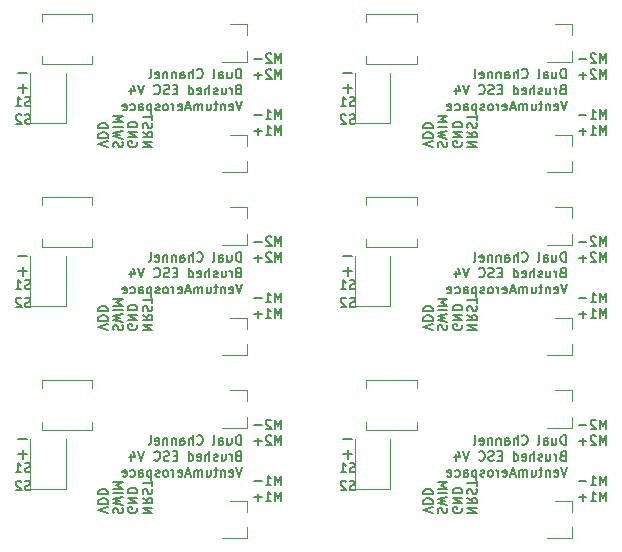
<source format=gbr>
%TF.GenerationSoftware,KiCad,Pcbnew,(5.1.6)-1*%
%TF.CreationDate,2021-08-29T21:48:12-05:00*%
%TF.ProjectId,MicroBrushedESC,4d696372-6f42-4727-9573-686564455343,rev?*%
%TF.SameCoordinates,Original*%
%TF.FileFunction,Legend,Bot*%
%TF.FilePolarity,Positive*%
%FSLAX46Y46*%
G04 Gerber Fmt 4.6, Leading zero omitted, Abs format (unit mm)*
G04 Created by KiCad (PCBNEW (5.1.6)-1) date 2021-08-29 21:48:12*
%MOMM*%
%LPD*%
G01*
G04 APERTURE LIST*
%ADD10C,0.150000*%
%ADD11C,0.120000*%
G04 APERTURE END LIST*
D10*
X174642857Y-87436904D02*
X174642857Y-86636904D01*
X174376190Y-87208333D01*
X174109523Y-86636904D01*
X174109523Y-87436904D01*
X173309523Y-87436904D02*
X173766666Y-87436904D01*
X173538095Y-87436904D02*
X173538095Y-86636904D01*
X173614285Y-86751190D01*
X173690476Y-86827380D01*
X173766666Y-86865476D01*
X172966666Y-87132142D02*
X172357142Y-87132142D01*
X174642857Y-88786904D02*
X174642857Y-87986904D01*
X174376190Y-88558333D01*
X174109523Y-87986904D01*
X174109523Y-88786904D01*
X173309523Y-88786904D02*
X173766666Y-88786904D01*
X173538095Y-88786904D02*
X173538095Y-87986904D01*
X173614285Y-88101190D01*
X173690476Y-88177380D01*
X173766666Y-88215476D01*
X172966666Y-88482142D02*
X172357142Y-88482142D01*
X172661904Y-88786904D02*
X172661904Y-88177380D01*
X147142857Y-87436904D02*
X147142857Y-86636904D01*
X146876190Y-87208333D01*
X146609523Y-86636904D01*
X146609523Y-87436904D01*
X145809523Y-87436904D02*
X146266666Y-87436904D01*
X146038095Y-87436904D02*
X146038095Y-86636904D01*
X146114285Y-86751190D01*
X146190476Y-86827380D01*
X146266666Y-86865476D01*
X145466666Y-87132142D02*
X144857142Y-87132142D01*
X147142857Y-88786904D02*
X147142857Y-87986904D01*
X146876190Y-88558333D01*
X146609523Y-87986904D01*
X146609523Y-88786904D01*
X145809523Y-88786904D02*
X146266666Y-88786904D01*
X146038095Y-88786904D02*
X146038095Y-87986904D01*
X146114285Y-88101190D01*
X146190476Y-88177380D01*
X146266666Y-88215476D01*
X145466666Y-88482142D02*
X144857142Y-88482142D01*
X145161904Y-88786904D02*
X145161904Y-88177380D01*
X174642857Y-71936904D02*
X174642857Y-71136904D01*
X174376190Y-71708333D01*
X174109523Y-71136904D01*
X174109523Y-71936904D01*
X173309523Y-71936904D02*
X173766666Y-71936904D01*
X173538095Y-71936904D02*
X173538095Y-71136904D01*
X173614285Y-71251190D01*
X173690476Y-71327380D01*
X173766666Y-71365476D01*
X172966666Y-71632142D02*
X172357142Y-71632142D01*
X174642857Y-73286904D02*
X174642857Y-72486904D01*
X174376190Y-73058333D01*
X174109523Y-72486904D01*
X174109523Y-73286904D01*
X173309523Y-73286904D02*
X173766666Y-73286904D01*
X173538095Y-73286904D02*
X173538095Y-72486904D01*
X173614285Y-72601190D01*
X173690476Y-72677380D01*
X173766666Y-72715476D01*
X172966666Y-72982142D02*
X172357142Y-72982142D01*
X172661904Y-73286904D02*
X172661904Y-72677380D01*
X147142857Y-71936904D02*
X147142857Y-71136904D01*
X146876190Y-71708333D01*
X146609523Y-71136904D01*
X146609523Y-71936904D01*
X145809523Y-71936904D02*
X146266666Y-71936904D01*
X146038095Y-71936904D02*
X146038095Y-71136904D01*
X146114285Y-71251190D01*
X146190476Y-71327380D01*
X146266666Y-71365476D01*
X145466666Y-71632142D02*
X144857142Y-71632142D01*
X147142857Y-73286904D02*
X147142857Y-72486904D01*
X146876190Y-73058333D01*
X146609523Y-72486904D01*
X146609523Y-73286904D01*
X145809523Y-73286904D02*
X146266666Y-73286904D01*
X146038095Y-73286904D02*
X146038095Y-72486904D01*
X146114285Y-72601190D01*
X146190476Y-72677380D01*
X146266666Y-72715476D01*
X145466666Y-72982142D02*
X144857142Y-72982142D01*
X145161904Y-73286904D02*
X145161904Y-72677380D01*
X174642857Y-56436904D02*
X174642857Y-55636904D01*
X174376190Y-56208333D01*
X174109523Y-55636904D01*
X174109523Y-56436904D01*
X173309523Y-56436904D02*
X173766666Y-56436904D01*
X173538095Y-56436904D02*
X173538095Y-55636904D01*
X173614285Y-55751190D01*
X173690476Y-55827380D01*
X173766666Y-55865476D01*
X172966666Y-56132142D02*
X172357142Y-56132142D01*
X174642857Y-57786904D02*
X174642857Y-56986904D01*
X174376190Y-57558333D01*
X174109523Y-56986904D01*
X174109523Y-57786904D01*
X173309523Y-57786904D02*
X173766666Y-57786904D01*
X173538095Y-57786904D02*
X173538095Y-56986904D01*
X173614285Y-57101190D01*
X173690476Y-57177380D01*
X173766666Y-57215476D01*
X172966666Y-57482142D02*
X172357142Y-57482142D01*
X172661904Y-57786904D02*
X172661904Y-57177380D01*
X174642857Y-82686904D02*
X174642857Y-81886904D01*
X174376190Y-82458333D01*
X174109523Y-81886904D01*
X174109523Y-82686904D01*
X173766666Y-81963095D02*
X173728571Y-81925000D01*
X173652380Y-81886904D01*
X173461904Y-81886904D01*
X173385714Y-81925000D01*
X173347619Y-81963095D01*
X173309523Y-82039285D01*
X173309523Y-82115476D01*
X173347619Y-82229761D01*
X173804761Y-82686904D01*
X173309523Y-82686904D01*
X172966666Y-82382142D02*
X172357142Y-82382142D01*
X174642857Y-84036904D02*
X174642857Y-83236904D01*
X174376190Y-83808333D01*
X174109523Y-83236904D01*
X174109523Y-84036904D01*
X173766666Y-83313095D02*
X173728571Y-83275000D01*
X173652380Y-83236904D01*
X173461904Y-83236904D01*
X173385714Y-83275000D01*
X173347619Y-83313095D01*
X173309523Y-83389285D01*
X173309523Y-83465476D01*
X173347619Y-83579761D01*
X173804761Y-84036904D01*
X173309523Y-84036904D01*
X172966666Y-83732142D02*
X172357142Y-83732142D01*
X172661904Y-84036904D02*
X172661904Y-83427380D01*
X147142857Y-82686904D02*
X147142857Y-81886904D01*
X146876190Y-82458333D01*
X146609523Y-81886904D01*
X146609523Y-82686904D01*
X146266666Y-81963095D02*
X146228571Y-81925000D01*
X146152380Y-81886904D01*
X145961904Y-81886904D01*
X145885714Y-81925000D01*
X145847619Y-81963095D01*
X145809523Y-82039285D01*
X145809523Y-82115476D01*
X145847619Y-82229761D01*
X146304761Y-82686904D01*
X145809523Y-82686904D01*
X145466666Y-82382142D02*
X144857142Y-82382142D01*
X147142857Y-84036904D02*
X147142857Y-83236904D01*
X146876190Y-83808333D01*
X146609523Y-83236904D01*
X146609523Y-84036904D01*
X146266666Y-83313095D02*
X146228571Y-83275000D01*
X146152380Y-83236904D01*
X145961904Y-83236904D01*
X145885714Y-83275000D01*
X145847619Y-83313095D01*
X145809523Y-83389285D01*
X145809523Y-83465476D01*
X145847619Y-83579761D01*
X146304761Y-84036904D01*
X145809523Y-84036904D01*
X145466666Y-83732142D02*
X144857142Y-83732142D01*
X145161904Y-84036904D02*
X145161904Y-83427380D01*
X174642857Y-67186904D02*
X174642857Y-66386904D01*
X174376190Y-66958333D01*
X174109523Y-66386904D01*
X174109523Y-67186904D01*
X173766666Y-66463095D02*
X173728571Y-66425000D01*
X173652380Y-66386904D01*
X173461904Y-66386904D01*
X173385714Y-66425000D01*
X173347619Y-66463095D01*
X173309523Y-66539285D01*
X173309523Y-66615476D01*
X173347619Y-66729761D01*
X173804761Y-67186904D01*
X173309523Y-67186904D01*
X172966666Y-66882142D02*
X172357142Y-66882142D01*
X174642857Y-68536904D02*
X174642857Y-67736904D01*
X174376190Y-68308333D01*
X174109523Y-67736904D01*
X174109523Y-68536904D01*
X173766666Y-67813095D02*
X173728571Y-67775000D01*
X173652380Y-67736904D01*
X173461904Y-67736904D01*
X173385714Y-67775000D01*
X173347619Y-67813095D01*
X173309523Y-67889285D01*
X173309523Y-67965476D01*
X173347619Y-68079761D01*
X173804761Y-68536904D01*
X173309523Y-68536904D01*
X172966666Y-68232142D02*
X172357142Y-68232142D01*
X172661904Y-68536904D02*
X172661904Y-67927380D01*
X147142857Y-67186904D02*
X147142857Y-66386904D01*
X146876190Y-66958333D01*
X146609523Y-66386904D01*
X146609523Y-67186904D01*
X146266666Y-66463095D02*
X146228571Y-66425000D01*
X146152380Y-66386904D01*
X145961904Y-66386904D01*
X145885714Y-66425000D01*
X145847619Y-66463095D01*
X145809523Y-66539285D01*
X145809523Y-66615476D01*
X145847619Y-66729761D01*
X146304761Y-67186904D01*
X145809523Y-67186904D01*
X145466666Y-66882142D02*
X144857142Y-66882142D01*
X147142857Y-68536904D02*
X147142857Y-67736904D01*
X146876190Y-68308333D01*
X146609523Y-67736904D01*
X146609523Y-68536904D01*
X146266666Y-67813095D02*
X146228571Y-67775000D01*
X146152380Y-67736904D01*
X145961904Y-67736904D01*
X145885714Y-67775000D01*
X145847619Y-67813095D01*
X145809523Y-67889285D01*
X145809523Y-67965476D01*
X145847619Y-68079761D01*
X146304761Y-68536904D01*
X145809523Y-68536904D01*
X145466666Y-68232142D02*
X144857142Y-68232142D01*
X145161904Y-68536904D02*
X145161904Y-67927380D01*
X174642857Y-51686904D02*
X174642857Y-50886904D01*
X174376190Y-51458333D01*
X174109523Y-50886904D01*
X174109523Y-51686904D01*
X173766666Y-50963095D02*
X173728571Y-50925000D01*
X173652380Y-50886904D01*
X173461904Y-50886904D01*
X173385714Y-50925000D01*
X173347619Y-50963095D01*
X173309523Y-51039285D01*
X173309523Y-51115476D01*
X173347619Y-51229761D01*
X173804761Y-51686904D01*
X173309523Y-51686904D01*
X172966666Y-51382142D02*
X172357142Y-51382142D01*
X174642857Y-53036904D02*
X174642857Y-52236904D01*
X174376190Y-52808333D01*
X174109523Y-52236904D01*
X174109523Y-53036904D01*
X173766666Y-52313095D02*
X173728571Y-52275000D01*
X173652380Y-52236904D01*
X173461904Y-52236904D01*
X173385714Y-52275000D01*
X173347619Y-52313095D01*
X173309523Y-52389285D01*
X173309523Y-52465476D01*
X173347619Y-52579761D01*
X173804761Y-53036904D01*
X173309523Y-53036904D01*
X172966666Y-52732142D02*
X172357142Y-52732142D01*
X172661904Y-53036904D02*
X172661904Y-52427380D01*
X171212023Y-84011904D02*
X171212023Y-83211904D01*
X171021547Y-83211904D01*
X170907261Y-83250000D01*
X170831071Y-83326190D01*
X170792976Y-83402380D01*
X170754880Y-83554761D01*
X170754880Y-83669047D01*
X170792976Y-83821428D01*
X170831071Y-83897619D01*
X170907261Y-83973809D01*
X171021547Y-84011904D01*
X171212023Y-84011904D01*
X170069166Y-83478571D02*
X170069166Y-84011904D01*
X170412023Y-83478571D02*
X170412023Y-83897619D01*
X170373928Y-83973809D01*
X170297738Y-84011904D01*
X170183452Y-84011904D01*
X170107261Y-83973809D01*
X170069166Y-83935714D01*
X169345357Y-84011904D02*
X169345357Y-83592857D01*
X169383452Y-83516666D01*
X169459642Y-83478571D01*
X169612023Y-83478571D01*
X169688214Y-83516666D01*
X169345357Y-83973809D02*
X169421547Y-84011904D01*
X169612023Y-84011904D01*
X169688214Y-83973809D01*
X169726309Y-83897619D01*
X169726309Y-83821428D01*
X169688214Y-83745238D01*
X169612023Y-83707142D01*
X169421547Y-83707142D01*
X169345357Y-83669047D01*
X168850119Y-84011904D02*
X168926309Y-83973809D01*
X168964404Y-83897619D01*
X168964404Y-83211904D01*
X167478690Y-83935714D02*
X167516785Y-83973809D01*
X167631071Y-84011904D01*
X167707261Y-84011904D01*
X167821547Y-83973809D01*
X167897738Y-83897619D01*
X167935833Y-83821428D01*
X167973928Y-83669047D01*
X167973928Y-83554761D01*
X167935833Y-83402380D01*
X167897738Y-83326190D01*
X167821547Y-83250000D01*
X167707261Y-83211904D01*
X167631071Y-83211904D01*
X167516785Y-83250000D01*
X167478690Y-83288095D01*
X167135833Y-84011904D02*
X167135833Y-83211904D01*
X166792976Y-84011904D02*
X166792976Y-83592857D01*
X166831071Y-83516666D01*
X166907261Y-83478571D01*
X167021547Y-83478571D01*
X167097738Y-83516666D01*
X167135833Y-83554761D01*
X166069166Y-84011904D02*
X166069166Y-83592857D01*
X166107261Y-83516666D01*
X166183452Y-83478571D01*
X166335833Y-83478571D01*
X166412023Y-83516666D01*
X166069166Y-83973809D02*
X166145357Y-84011904D01*
X166335833Y-84011904D01*
X166412023Y-83973809D01*
X166450119Y-83897619D01*
X166450119Y-83821428D01*
X166412023Y-83745238D01*
X166335833Y-83707142D01*
X166145357Y-83707142D01*
X166069166Y-83669047D01*
X165688214Y-83478571D02*
X165688214Y-84011904D01*
X165688214Y-83554761D02*
X165650119Y-83516666D01*
X165573928Y-83478571D01*
X165459642Y-83478571D01*
X165383452Y-83516666D01*
X165345357Y-83592857D01*
X165345357Y-84011904D01*
X164964404Y-83478571D02*
X164964404Y-84011904D01*
X164964404Y-83554761D02*
X164926309Y-83516666D01*
X164850119Y-83478571D01*
X164735833Y-83478571D01*
X164659642Y-83516666D01*
X164621547Y-83592857D01*
X164621547Y-84011904D01*
X163935833Y-83973809D02*
X164012023Y-84011904D01*
X164164404Y-84011904D01*
X164240595Y-83973809D01*
X164278690Y-83897619D01*
X164278690Y-83592857D01*
X164240595Y-83516666D01*
X164164404Y-83478571D01*
X164012023Y-83478571D01*
X163935833Y-83516666D01*
X163897738Y-83592857D01*
X163897738Y-83669047D01*
X164278690Y-83745238D01*
X163440595Y-84011904D02*
X163516785Y-83973809D01*
X163554880Y-83897619D01*
X163554880Y-83211904D01*
X170945357Y-84942857D02*
X170831071Y-84980952D01*
X170792976Y-85019047D01*
X170754880Y-85095238D01*
X170754880Y-85209523D01*
X170792976Y-85285714D01*
X170831071Y-85323809D01*
X170907261Y-85361904D01*
X171212023Y-85361904D01*
X171212023Y-84561904D01*
X170945357Y-84561904D01*
X170869166Y-84600000D01*
X170831071Y-84638095D01*
X170792976Y-84714285D01*
X170792976Y-84790476D01*
X170831071Y-84866666D01*
X170869166Y-84904761D01*
X170945357Y-84942857D01*
X171212023Y-84942857D01*
X170412023Y-85361904D02*
X170412023Y-84828571D01*
X170412023Y-84980952D02*
X170373928Y-84904761D01*
X170335833Y-84866666D01*
X170259642Y-84828571D01*
X170183452Y-84828571D01*
X169573928Y-84828571D02*
X169573928Y-85361904D01*
X169916785Y-84828571D02*
X169916785Y-85247619D01*
X169878690Y-85323809D01*
X169802500Y-85361904D01*
X169688214Y-85361904D01*
X169612023Y-85323809D01*
X169573928Y-85285714D01*
X169231071Y-85323809D02*
X169154880Y-85361904D01*
X169002500Y-85361904D01*
X168926309Y-85323809D01*
X168888214Y-85247619D01*
X168888214Y-85209523D01*
X168926309Y-85133333D01*
X169002500Y-85095238D01*
X169116785Y-85095238D01*
X169192976Y-85057142D01*
X169231071Y-84980952D01*
X169231071Y-84942857D01*
X169192976Y-84866666D01*
X169116785Y-84828571D01*
X169002500Y-84828571D01*
X168926309Y-84866666D01*
X168545357Y-85361904D02*
X168545357Y-84561904D01*
X168202500Y-85361904D02*
X168202500Y-84942857D01*
X168240595Y-84866666D01*
X168316785Y-84828571D01*
X168431071Y-84828571D01*
X168507261Y-84866666D01*
X168545357Y-84904761D01*
X167516785Y-85323809D02*
X167592976Y-85361904D01*
X167745357Y-85361904D01*
X167821547Y-85323809D01*
X167859642Y-85247619D01*
X167859642Y-84942857D01*
X167821547Y-84866666D01*
X167745357Y-84828571D01*
X167592976Y-84828571D01*
X167516785Y-84866666D01*
X167478690Y-84942857D01*
X167478690Y-85019047D01*
X167859642Y-85095238D01*
X166792976Y-85361904D02*
X166792976Y-84561904D01*
X166792976Y-85323809D02*
X166869166Y-85361904D01*
X167021547Y-85361904D01*
X167097738Y-85323809D01*
X167135833Y-85285714D01*
X167173928Y-85209523D01*
X167173928Y-84980952D01*
X167135833Y-84904761D01*
X167097738Y-84866666D01*
X167021547Y-84828571D01*
X166869166Y-84828571D01*
X166792976Y-84866666D01*
X165802500Y-84942857D02*
X165535833Y-84942857D01*
X165421547Y-85361904D02*
X165802500Y-85361904D01*
X165802500Y-84561904D01*
X165421547Y-84561904D01*
X165116785Y-85323809D02*
X165002500Y-85361904D01*
X164812023Y-85361904D01*
X164735833Y-85323809D01*
X164697738Y-85285714D01*
X164659642Y-85209523D01*
X164659642Y-85133333D01*
X164697738Y-85057142D01*
X164735833Y-85019047D01*
X164812023Y-84980952D01*
X164964404Y-84942857D01*
X165040595Y-84904761D01*
X165078690Y-84866666D01*
X165116785Y-84790476D01*
X165116785Y-84714285D01*
X165078690Y-84638095D01*
X165040595Y-84600000D01*
X164964404Y-84561904D01*
X164773928Y-84561904D01*
X164659642Y-84600000D01*
X163859642Y-85285714D02*
X163897738Y-85323809D01*
X164012023Y-85361904D01*
X164088214Y-85361904D01*
X164202500Y-85323809D01*
X164278690Y-85247619D01*
X164316785Y-85171428D01*
X164354880Y-85019047D01*
X164354880Y-84904761D01*
X164316785Y-84752380D01*
X164278690Y-84676190D01*
X164202500Y-84600000D01*
X164088214Y-84561904D01*
X164012023Y-84561904D01*
X163897738Y-84600000D01*
X163859642Y-84638095D01*
X163021547Y-84561904D02*
X162754880Y-85361904D01*
X162488214Y-84561904D01*
X161878690Y-84828571D02*
X161878690Y-85361904D01*
X162069166Y-84523809D02*
X162259642Y-85095238D01*
X161764404Y-85095238D01*
X171326309Y-85911904D02*
X171059642Y-86711904D01*
X170792976Y-85911904D01*
X170221547Y-86673809D02*
X170297738Y-86711904D01*
X170450119Y-86711904D01*
X170526309Y-86673809D01*
X170564404Y-86597619D01*
X170564404Y-86292857D01*
X170526309Y-86216666D01*
X170450119Y-86178571D01*
X170297738Y-86178571D01*
X170221547Y-86216666D01*
X170183452Y-86292857D01*
X170183452Y-86369047D01*
X170564404Y-86445238D01*
X169840595Y-86178571D02*
X169840595Y-86711904D01*
X169840595Y-86254761D02*
X169802500Y-86216666D01*
X169726309Y-86178571D01*
X169612023Y-86178571D01*
X169535833Y-86216666D01*
X169497738Y-86292857D01*
X169497738Y-86711904D01*
X169231071Y-86178571D02*
X168926309Y-86178571D01*
X169116785Y-85911904D02*
X169116785Y-86597619D01*
X169078690Y-86673809D01*
X169002500Y-86711904D01*
X168926309Y-86711904D01*
X168316785Y-86178571D02*
X168316785Y-86711904D01*
X168659642Y-86178571D02*
X168659642Y-86597619D01*
X168621547Y-86673809D01*
X168545357Y-86711904D01*
X168431071Y-86711904D01*
X168354880Y-86673809D01*
X168316785Y-86635714D01*
X167935833Y-86711904D02*
X167935833Y-86178571D01*
X167935833Y-86254761D02*
X167897738Y-86216666D01*
X167821547Y-86178571D01*
X167707261Y-86178571D01*
X167631071Y-86216666D01*
X167592976Y-86292857D01*
X167592976Y-86711904D01*
X167592976Y-86292857D02*
X167554880Y-86216666D01*
X167478690Y-86178571D01*
X167364404Y-86178571D01*
X167288214Y-86216666D01*
X167250119Y-86292857D01*
X167250119Y-86711904D01*
X166907261Y-86483333D02*
X166526309Y-86483333D01*
X166983452Y-86711904D02*
X166716785Y-85911904D01*
X166450119Y-86711904D01*
X165878690Y-86673809D02*
X165954880Y-86711904D01*
X166107261Y-86711904D01*
X166183452Y-86673809D01*
X166221547Y-86597619D01*
X166221547Y-86292857D01*
X166183452Y-86216666D01*
X166107261Y-86178571D01*
X165954880Y-86178571D01*
X165878690Y-86216666D01*
X165840595Y-86292857D01*
X165840595Y-86369047D01*
X166221547Y-86445238D01*
X165497738Y-86711904D02*
X165497738Y-86178571D01*
X165497738Y-86330952D02*
X165459642Y-86254761D01*
X165421547Y-86216666D01*
X165345357Y-86178571D01*
X165269166Y-86178571D01*
X164888214Y-86711904D02*
X164964404Y-86673809D01*
X165002500Y-86635714D01*
X165040595Y-86559523D01*
X165040595Y-86330952D01*
X165002500Y-86254761D01*
X164964404Y-86216666D01*
X164888214Y-86178571D01*
X164773928Y-86178571D01*
X164697738Y-86216666D01*
X164659642Y-86254761D01*
X164621547Y-86330952D01*
X164621547Y-86559523D01*
X164659642Y-86635714D01*
X164697738Y-86673809D01*
X164773928Y-86711904D01*
X164888214Y-86711904D01*
X164316785Y-86673809D02*
X164240595Y-86711904D01*
X164088214Y-86711904D01*
X164012023Y-86673809D01*
X163973928Y-86597619D01*
X163973928Y-86559523D01*
X164012023Y-86483333D01*
X164088214Y-86445238D01*
X164202500Y-86445238D01*
X164278690Y-86407142D01*
X164316785Y-86330952D01*
X164316785Y-86292857D01*
X164278690Y-86216666D01*
X164202500Y-86178571D01*
X164088214Y-86178571D01*
X164012023Y-86216666D01*
X163631071Y-86178571D02*
X163631071Y-86978571D01*
X163631071Y-86216666D02*
X163554880Y-86178571D01*
X163402500Y-86178571D01*
X163326309Y-86216666D01*
X163288214Y-86254761D01*
X163250119Y-86330952D01*
X163250119Y-86559523D01*
X163288214Y-86635714D01*
X163326309Y-86673809D01*
X163402500Y-86711904D01*
X163554880Y-86711904D01*
X163631071Y-86673809D01*
X162564404Y-86711904D02*
X162564404Y-86292857D01*
X162602500Y-86216666D01*
X162678690Y-86178571D01*
X162831071Y-86178571D01*
X162907261Y-86216666D01*
X162564404Y-86673809D02*
X162640595Y-86711904D01*
X162831071Y-86711904D01*
X162907261Y-86673809D01*
X162945357Y-86597619D01*
X162945357Y-86521428D01*
X162907261Y-86445238D01*
X162831071Y-86407142D01*
X162640595Y-86407142D01*
X162564404Y-86369047D01*
X161840595Y-86673809D02*
X161916785Y-86711904D01*
X162069166Y-86711904D01*
X162145357Y-86673809D01*
X162183452Y-86635714D01*
X162221547Y-86559523D01*
X162221547Y-86330952D01*
X162183452Y-86254761D01*
X162145357Y-86216666D01*
X162069166Y-86178571D01*
X161916785Y-86178571D01*
X161840595Y-86216666D01*
X161192976Y-86673809D02*
X161269166Y-86711904D01*
X161421547Y-86711904D01*
X161497738Y-86673809D01*
X161535833Y-86597619D01*
X161535833Y-86292857D01*
X161497738Y-86216666D01*
X161421547Y-86178571D01*
X161269166Y-86178571D01*
X161192976Y-86216666D01*
X161154880Y-86292857D01*
X161154880Y-86369047D01*
X161535833Y-86445238D01*
X143712023Y-84011904D02*
X143712023Y-83211904D01*
X143521547Y-83211904D01*
X143407261Y-83250000D01*
X143331071Y-83326190D01*
X143292976Y-83402380D01*
X143254880Y-83554761D01*
X143254880Y-83669047D01*
X143292976Y-83821428D01*
X143331071Y-83897619D01*
X143407261Y-83973809D01*
X143521547Y-84011904D01*
X143712023Y-84011904D01*
X142569166Y-83478571D02*
X142569166Y-84011904D01*
X142912023Y-83478571D02*
X142912023Y-83897619D01*
X142873928Y-83973809D01*
X142797738Y-84011904D01*
X142683452Y-84011904D01*
X142607261Y-83973809D01*
X142569166Y-83935714D01*
X141845357Y-84011904D02*
X141845357Y-83592857D01*
X141883452Y-83516666D01*
X141959642Y-83478571D01*
X142112023Y-83478571D01*
X142188214Y-83516666D01*
X141845357Y-83973809D02*
X141921547Y-84011904D01*
X142112023Y-84011904D01*
X142188214Y-83973809D01*
X142226309Y-83897619D01*
X142226309Y-83821428D01*
X142188214Y-83745238D01*
X142112023Y-83707142D01*
X141921547Y-83707142D01*
X141845357Y-83669047D01*
X141350119Y-84011904D02*
X141426309Y-83973809D01*
X141464404Y-83897619D01*
X141464404Y-83211904D01*
X139978690Y-83935714D02*
X140016785Y-83973809D01*
X140131071Y-84011904D01*
X140207261Y-84011904D01*
X140321547Y-83973809D01*
X140397738Y-83897619D01*
X140435833Y-83821428D01*
X140473928Y-83669047D01*
X140473928Y-83554761D01*
X140435833Y-83402380D01*
X140397738Y-83326190D01*
X140321547Y-83250000D01*
X140207261Y-83211904D01*
X140131071Y-83211904D01*
X140016785Y-83250000D01*
X139978690Y-83288095D01*
X139635833Y-84011904D02*
X139635833Y-83211904D01*
X139292976Y-84011904D02*
X139292976Y-83592857D01*
X139331071Y-83516666D01*
X139407261Y-83478571D01*
X139521547Y-83478571D01*
X139597738Y-83516666D01*
X139635833Y-83554761D01*
X138569166Y-84011904D02*
X138569166Y-83592857D01*
X138607261Y-83516666D01*
X138683452Y-83478571D01*
X138835833Y-83478571D01*
X138912023Y-83516666D01*
X138569166Y-83973809D02*
X138645357Y-84011904D01*
X138835833Y-84011904D01*
X138912023Y-83973809D01*
X138950119Y-83897619D01*
X138950119Y-83821428D01*
X138912023Y-83745238D01*
X138835833Y-83707142D01*
X138645357Y-83707142D01*
X138569166Y-83669047D01*
X138188214Y-83478571D02*
X138188214Y-84011904D01*
X138188214Y-83554761D02*
X138150119Y-83516666D01*
X138073928Y-83478571D01*
X137959642Y-83478571D01*
X137883452Y-83516666D01*
X137845357Y-83592857D01*
X137845357Y-84011904D01*
X137464404Y-83478571D02*
X137464404Y-84011904D01*
X137464404Y-83554761D02*
X137426309Y-83516666D01*
X137350119Y-83478571D01*
X137235833Y-83478571D01*
X137159642Y-83516666D01*
X137121547Y-83592857D01*
X137121547Y-84011904D01*
X136435833Y-83973809D02*
X136512023Y-84011904D01*
X136664404Y-84011904D01*
X136740595Y-83973809D01*
X136778690Y-83897619D01*
X136778690Y-83592857D01*
X136740595Y-83516666D01*
X136664404Y-83478571D01*
X136512023Y-83478571D01*
X136435833Y-83516666D01*
X136397738Y-83592857D01*
X136397738Y-83669047D01*
X136778690Y-83745238D01*
X135940595Y-84011904D02*
X136016785Y-83973809D01*
X136054880Y-83897619D01*
X136054880Y-83211904D01*
X143445357Y-84942857D02*
X143331071Y-84980952D01*
X143292976Y-85019047D01*
X143254880Y-85095238D01*
X143254880Y-85209523D01*
X143292976Y-85285714D01*
X143331071Y-85323809D01*
X143407261Y-85361904D01*
X143712023Y-85361904D01*
X143712023Y-84561904D01*
X143445357Y-84561904D01*
X143369166Y-84600000D01*
X143331071Y-84638095D01*
X143292976Y-84714285D01*
X143292976Y-84790476D01*
X143331071Y-84866666D01*
X143369166Y-84904761D01*
X143445357Y-84942857D01*
X143712023Y-84942857D01*
X142912023Y-85361904D02*
X142912023Y-84828571D01*
X142912023Y-84980952D02*
X142873928Y-84904761D01*
X142835833Y-84866666D01*
X142759642Y-84828571D01*
X142683452Y-84828571D01*
X142073928Y-84828571D02*
X142073928Y-85361904D01*
X142416785Y-84828571D02*
X142416785Y-85247619D01*
X142378690Y-85323809D01*
X142302500Y-85361904D01*
X142188214Y-85361904D01*
X142112023Y-85323809D01*
X142073928Y-85285714D01*
X141731071Y-85323809D02*
X141654880Y-85361904D01*
X141502500Y-85361904D01*
X141426309Y-85323809D01*
X141388214Y-85247619D01*
X141388214Y-85209523D01*
X141426309Y-85133333D01*
X141502500Y-85095238D01*
X141616785Y-85095238D01*
X141692976Y-85057142D01*
X141731071Y-84980952D01*
X141731071Y-84942857D01*
X141692976Y-84866666D01*
X141616785Y-84828571D01*
X141502500Y-84828571D01*
X141426309Y-84866666D01*
X141045357Y-85361904D02*
X141045357Y-84561904D01*
X140702500Y-85361904D02*
X140702500Y-84942857D01*
X140740595Y-84866666D01*
X140816785Y-84828571D01*
X140931071Y-84828571D01*
X141007261Y-84866666D01*
X141045357Y-84904761D01*
X140016785Y-85323809D02*
X140092976Y-85361904D01*
X140245357Y-85361904D01*
X140321547Y-85323809D01*
X140359642Y-85247619D01*
X140359642Y-84942857D01*
X140321547Y-84866666D01*
X140245357Y-84828571D01*
X140092976Y-84828571D01*
X140016785Y-84866666D01*
X139978690Y-84942857D01*
X139978690Y-85019047D01*
X140359642Y-85095238D01*
X139292976Y-85361904D02*
X139292976Y-84561904D01*
X139292976Y-85323809D02*
X139369166Y-85361904D01*
X139521547Y-85361904D01*
X139597738Y-85323809D01*
X139635833Y-85285714D01*
X139673928Y-85209523D01*
X139673928Y-84980952D01*
X139635833Y-84904761D01*
X139597738Y-84866666D01*
X139521547Y-84828571D01*
X139369166Y-84828571D01*
X139292976Y-84866666D01*
X138302500Y-84942857D02*
X138035833Y-84942857D01*
X137921547Y-85361904D02*
X138302500Y-85361904D01*
X138302500Y-84561904D01*
X137921547Y-84561904D01*
X137616785Y-85323809D02*
X137502500Y-85361904D01*
X137312023Y-85361904D01*
X137235833Y-85323809D01*
X137197738Y-85285714D01*
X137159642Y-85209523D01*
X137159642Y-85133333D01*
X137197738Y-85057142D01*
X137235833Y-85019047D01*
X137312023Y-84980952D01*
X137464404Y-84942857D01*
X137540595Y-84904761D01*
X137578690Y-84866666D01*
X137616785Y-84790476D01*
X137616785Y-84714285D01*
X137578690Y-84638095D01*
X137540595Y-84600000D01*
X137464404Y-84561904D01*
X137273928Y-84561904D01*
X137159642Y-84600000D01*
X136359642Y-85285714D02*
X136397738Y-85323809D01*
X136512023Y-85361904D01*
X136588214Y-85361904D01*
X136702500Y-85323809D01*
X136778690Y-85247619D01*
X136816785Y-85171428D01*
X136854880Y-85019047D01*
X136854880Y-84904761D01*
X136816785Y-84752380D01*
X136778690Y-84676190D01*
X136702500Y-84600000D01*
X136588214Y-84561904D01*
X136512023Y-84561904D01*
X136397738Y-84600000D01*
X136359642Y-84638095D01*
X135521547Y-84561904D02*
X135254880Y-85361904D01*
X134988214Y-84561904D01*
X134378690Y-84828571D02*
X134378690Y-85361904D01*
X134569166Y-84523809D02*
X134759642Y-85095238D01*
X134264404Y-85095238D01*
X143826309Y-85911904D02*
X143559642Y-86711904D01*
X143292976Y-85911904D01*
X142721547Y-86673809D02*
X142797738Y-86711904D01*
X142950119Y-86711904D01*
X143026309Y-86673809D01*
X143064404Y-86597619D01*
X143064404Y-86292857D01*
X143026309Y-86216666D01*
X142950119Y-86178571D01*
X142797738Y-86178571D01*
X142721547Y-86216666D01*
X142683452Y-86292857D01*
X142683452Y-86369047D01*
X143064404Y-86445238D01*
X142340595Y-86178571D02*
X142340595Y-86711904D01*
X142340595Y-86254761D02*
X142302500Y-86216666D01*
X142226309Y-86178571D01*
X142112023Y-86178571D01*
X142035833Y-86216666D01*
X141997738Y-86292857D01*
X141997738Y-86711904D01*
X141731071Y-86178571D02*
X141426309Y-86178571D01*
X141616785Y-85911904D02*
X141616785Y-86597619D01*
X141578690Y-86673809D01*
X141502500Y-86711904D01*
X141426309Y-86711904D01*
X140816785Y-86178571D02*
X140816785Y-86711904D01*
X141159642Y-86178571D02*
X141159642Y-86597619D01*
X141121547Y-86673809D01*
X141045357Y-86711904D01*
X140931071Y-86711904D01*
X140854880Y-86673809D01*
X140816785Y-86635714D01*
X140435833Y-86711904D02*
X140435833Y-86178571D01*
X140435833Y-86254761D02*
X140397738Y-86216666D01*
X140321547Y-86178571D01*
X140207261Y-86178571D01*
X140131071Y-86216666D01*
X140092976Y-86292857D01*
X140092976Y-86711904D01*
X140092976Y-86292857D02*
X140054880Y-86216666D01*
X139978690Y-86178571D01*
X139864404Y-86178571D01*
X139788214Y-86216666D01*
X139750119Y-86292857D01*
X139750119Y-86711904D01*
X139407261Y-86483333D02*
X139026309Y-86483333D01*
X139483452Y-86711904D02*
X139216785Y-85911904D01*
X138950119Y-86711904D01*
X138378690Y-86673809D02*
X138454880Y-86711904D01*
X138607261Y-86711904D01*
X138683452Y-86673809D01*
X138721547Y-86597619D01*
X138721547Y-86292857D01*
X138683452Y-86216666D01*
X138607261Y-86178571D01*
X138454880Y-86178571D01*
X138378690Y-86216666D01*
X138340595Y-86292857D01*
X138340595Y-86369047D01*
X138721547Y-86445238D01*
X137997738Y-86711904D02*
X137997738Y-86178571D01*
X137997738Y-86330952D02*
X137959642Y-86254761D01*
X137921547Y-86216666D01*
X137845357Y-86178571D01*
X137769166Y-86178571D01*
X137388214Y-86711904D02*
X137464404Y-86673809D01*
X137502500Y-86635714D01*
X137540595Y-86559523D01*
X137540595Y-86330952D01*
X137502500Y-86254761D01*
X137464404Y-86216666D01*
X137388214Y-86178571D01*
X137273928Y-86178571D01*
X137197738Y-86216666D01*
X137159642Y-86254761D01*
X137121547Y-86330952D01*
X137121547Y-86559523D01*
X137159642Y-86635714D01*
X137197738Y-86673809D01*
X137273928Y-86711904D01*
X137388214Y-86711904D01*
X136816785Y-86673809D02*
X136740595Y-86711904D01*
X136588214Y-86711904D01*
X136512023Y-86673809D01*
X136473928Y-86597619D01*
X136473928Y-86559523D01*
X136512023Y-86483333D01*
X136588214Y-86445238D01*
X136702500Y-86445238D01*
X136778690Y-86407142D01*
X136816785Y-86330952D01*
X136816785Y-86292857D01*
X136778690Y-86216666D01*
X136702500Y-86178571D01*
X136588214Y-86178571D01*
X136512023Y-86216666D01*
X136131071Y-86178571D02*
X136131071Y-86978571D01*
X136131071Y-86216666D02*
X136054880Y-86178571D01*
X135902500Y-86178571D01*
X135826309Y-86216666D01*
X135788214Y-86254761D01*
X135750119Y-86330952D01*
X135750119Y-86559523D01*
X135788214Y-86635714D01*
X135826309Y-86673809D01*
X135902500Y-86711904D01*
X136054880Y-86711904D01*
X136131071Y-86673809D01*
X135064404Y-86711904D02*
X135064404Y-86292857D01*
X135102500Y-86216666D01*
X135178690Y-86178571D01*
X135331071Y-86178571D01*
X135407261Y-86216666D01*
X135064404Y-86673809D02*
X135140595Y-86711904D01*
X135331071Y-86711904D01*
X135407261Y-86673809D01*
X135445357Y-86597619D01*
X135445357Y-86521428D01*
X135407261Y-86445238D01*
X135331071Y-86407142D01*
X135140595Y-86407142D01*
X135064404Y-86369047D01*
X134340595Y-86673809D02*
X134416785Y-86711904D01*
X134569166Y-86711904D01*
X134645357Y-86673809D01*
X134683452Y-86635714D01*
X134721547Y-86559523D01*
X134721547Y-86330952D01*
X134683452Y-86254761D01*
X134645357Y-86216666D01*
X134569166Y-86178571D01*
X134416785Y-86178571D01*
X134340595Y-86216666D01*
X133692976Y-86673809D02*
X133769166Y-86711904D01*
X133921547Y-86711904D01*
X133997738Y-86673809D01*
X134035833Y-86597619D01*
X134035833Y-86292857D01*
X133997738Y-86216666D01*
X133921547Y-86178571D01*
X133769166Y-86178571D01*
X133692976Y-86216666D01*
X133654880Y-86292857D01*
X133654880Y-86369047D01*
X134035833Y-86445238D01*
X171212023Y-68511904D02*
X171212023Y-67711904D01*
X171021547Y-67711904D01*
X170907261Y-67750000D01*
X170831071Y-67826190D01*
X170792976Y-67902380D01*
X170754880Y-68054761D01*
X170754880Y-68169047D01*
X170792976Y-68321428D01*
X170831071Y-68397619D01*
X170907261Y-68473809D01*
X171021547Y-68511904D01*
X171212023Y-68511904D01*
X170069166Y-67978571D02*
X170069166Y-68511904D01*
X170412023Y-67978571D02*
X170412023Y-68397619D01*
X170373928Y-68473809D01*
X170297738Y-68511904D01*
X170183452Y-68511904D01*
X170107261Y-68473809D01*
X170069166Y-68435714D01*
X169345357Y-68511904D02*
X169345357Y-68092857D01*
X169383452Y-68016666D01*
X169459642Y-67978571D01*
X169612023Y-67978571D01*
X169688214Y-68016666D01*
X169345357Y-68473809D02*
X169421547Y-68511904D01*
X169612023Y-68511904D01*
X169688214Y-68473809D01*
X169726309Y-68397619D01*
X169726309Y-68321428D01*
X169688214Y-68245238D01*
X169612023Y-68207142D01*
X169421547Y-68207142D01*
X169345357Y-68169047D01*
X168850119Y-68511904D02*
X168926309Y-68473809D01*
X168964404Y-68397619D01*
X168964404Y-67711904D01*
X167478690Y-68435714D02*
X167516785Y-68473809D01*
X167631071Y-68511904D01*
X167707261Y-68511904D01*
X167821547Y-68473809D01*
X167897738Y-68397619D01*
X167935833Y-68321428D01*
X167973928Y-68169047D01*
X167973928Y-68054761D01*
X167935833Y-67902380D01*
X167897738Y-67826190D01*
X167821547Y-67750000D01*
X167707261Y-67711904D01*
X167631071Y-67711904D01*
X167516785Y-67750000D01*
X167478690Y-67788095D01*
X167135833Y-68511904D02*
X167135833Y-67711904D01*
X166792976Y-68511904D02*
X166792976Y-68092857D01*
X166831071Y-68016666D01*
X166907261Y-67978571D01*
X167021547Y-67978571D01*
X167097738Y-68016666D01*
X167135833Y-68054761D01*
X166069166Y-68511904D02*
X166069166Y-68092857D01*
X166107261Y-68016666D01*
X166183452Y-67978571D01*
X166335833Y-67978571D01*
X166412023Y-68016666D01*
X166069166Y-68473809D02*
X166145357Y-68511904D01*
X166335833Y-68511904D01*
X166412023Y-68473809D01*
X166450119Y-68397619D01*
X166450119Y-68321428D01*
X166412023Y-68245238D01*
X166335833Y-68207142D01*
X166145357Y-68207142D01*
X166069166Y-68169047D01*
X165688214Y-67978571D02*
X165688214Y-68511904D01*
X165688214Y-68054761D02*
X165650119Y-68016666D01*
X165573928Y-67978571D01*
X165459642Y-67978571D01*
X165383452Y-68016666D01*
X165345357Y-68092857D01*
X165345357Y-68511904D01*
X164964404Y-67978571D02*
X164964404Y-68511904D01*
X164964404Y-68054761D02*
X164926309Y-68016666D01*
X164850119Y-67978571D01*
X164735833Y-67978571D01*
X164659642Y-68016666D01*
X164621547Y-68092857D01*
X164621547Y-68511904D01*
X163935833Y-68473809D02*
X164012023Y-68511904D01*
X164164404Y-68511904D01*
X164240595Y-68473809D01*
X164278690Y-68397619D01*
X164278690Y-68092857D01*
X164240595Y-68016666D01*
X164164404Y-67978571D01*
X164012023Y-67978571D01*
X163935833Y-68016666D01*
X163897738Y-68092857D01*
X163897738Y-68169047D01*
X164278690Y-68245238D01*
X163440595Y-68511904D02*
X163516785Y-68473809D01*
X163554880Y-68397619D01*
X163554880Y-67711904D01*
X170945357Y-69442857D02*
X170831071Y-69480952D01*
X170792976Y-69519047D01*
X170754880Y-69595238D01*
X170754880Y-69709523D01*
X170792976Y-69785714D01*
X170831071Y-69823809D01*
X170907261Y-69861904D01*
X171212023Y-69861904D01*
X171212023Y-69061904D01*
X170945357Y-69061904D01*
X170869166Y-69100000D01*
X170831071Y-69138095D01*
X170792976Y-69214285D01*
X170792976Y-69290476D01*
X170831071Y-69366666D01*
X170869166Y-69404761D01*
X170945357Y-69442857D01*
X171212023Y-69442857D01*
X170412023Y-69861904D02*
X170412023Y-69328571D01*
X170412023Y-69480952D02*
X170373928Y-69404761D01*
X170335833Y-69366666D01*
X170259642Y-69328571D01*
X170183452Y-69328571D01*
X169573928Y-69328571D02*
X169573928Y-69861904D01*
X169916785Y-69328571D02*
X169916785Y-69747619D01*
X169878690Y-69823809D01*
X169802500Y-69861904D01*
X169688214Y-69861904D01*
X169612023Y-69823809D01*
X169573928Y-69785714D01*
X169231071Y-69823809D02*
X169154880Y-69861904D01*
X169002500Y-69861904D01*
X168926309Y-69823809D01*
X168888214Y-69747619D01*
X168888214Y-69709523D01*
X168926309Y-69633333D01*
X169002500Y-69595238D01*
X169116785Y-69595238D01*
X169192976Y-69557142D01*
X169231071Y-69480952D01*
X169231071Y-69442857D01*
X169192976Y-69366666D01*
X169116785Y-69328571D01*
X169002500Y-69328571D01*
X168926309Y-69366666D01*
X168545357Y-69861904D02*
X168545357Y-69061904D01*
X168202500Y-69861904D02*
X168202500Y-69442857D01*
X168240595Y-69366666D01*
X168316785Y-69328571D01*
X168431071Y-69328571D01*
X168507261Y-69366666D01*
X168545357Y-69404761D01*
X167516785Y-69823809D02*
X167592976Y-69861904D01*
X167745357Y-69861904D01*
X167821547Y-69823809D01*
X167859642Y-69747619D01*
X167859642Y-69442857D01*
X167821547Y-69366666D01*
X167745357Y-69328571D01*
X167592976Y-69328571D01*
X167516785Y-69366666D01*
X167478690Y-69442857D01*
X167478690Y-69519047D01*
X167859642Y-69595238D01*
X166792976Y-69861904D02*
X166792976Y-69061904D01*
X166792976Y-69823809D02*
X166869166Y-69861904D01*
X167021547Y-69861904D01*
X167097738Y-69823809D01*
X167135833Y-69785714D01*
X167173928Y-69709523D01*
X167173928Y-69480952D01*
X167135833Y-69404761D01*
X167097738Y-69366666D01*
X167021547Y-69328571D01*
X166869166Y-69328571D01*
X166792976Y-69366666D01*
X165802500Y-69442857D02*
X165535833Y-69442857D01*
X165421547Y-69861904D02*
X165802500Y-69861904D01*
X165802500Y-69061904D01*
X165421547Y-69061904D01*
X165116785Y-69823809D02*
X165002500Y-69861904D01*
X164812023Y-69861904D01*
X164735833Y-69823809D01*
X164697738Y-69785714D01*
X164659642Y-69709523D01*
X164659642Y-69633333D01*
X164697738Y-69557142D01*
X164735833Y-69519047D01*
X164812023Y-69480952D01*
X164964404Y-69442857D01*
X165040595Y-69404761D01*
X165078690Y-69366666D01*
X165116785Y-69290476D01*
X165116785Y-69214285D01*
X165078690Y-69138095D01*
X165040595Y-69100000D01*
X164964404Y-69061904D01*
X164773928Y-69061904D01*
X164659642Y-69100000D01*
X163859642Y-69785714D02*
X163897738Y-69823809D01*
X164012023Y-69861904D01*
X164088214Y-69861904D01*
X164202500Y-69823809D01*
X164278690Y-69747619D01*
X164316785Y-69671428D01*
X164354880Y-69519047D01*
X164354880Y-69404761D01*
X164316785Y-69252380D01*
X164278690Y-69176190D01*
X164202500Y-69100000D01*
X164088214Y-69061904D01*
X164012023Y-69061904D01*
X163897738Y-69100000D01*
X163859642Y-69138095D01*
X163021547Y-69061904D02*
X162754880Y-69861904D01*
X162488214Y-69061904D01*
X161878690Y-69328571D02*
X161878690Y-69861904D01*
X162069166Y-69023809D02*
X162259642Y-69595238D01*
X161764404Y-69595238D01*
X171326309Y-70411904D02*
X171059642Y-71211904D01*
X170792976Y-70411904D01*
X170221547Y-71173809D02*
X170297738Y-71211904D01*
X170450119Y-71211904D01*
X170526309Y-71173809D01*
X170564404Y-71097619D01*
X170564404Y-70792857D01*
X170526309Y-70716666D01*
X170450119Y-70678571D01*
X170297738Y-70678571D01*
X170221547Y-70716666D01*
X170183452Y-70792857D01*
X170183452Y-70869047D01*
X170564404Y-70945238D01*
X169840595Y-70678571D02*
X169840595Y-71211904D01*
X169840595Y-70754761D02*
X169802500Y-70716666D01*
X169726309Y-70678571D01*
X169612023Y-70678571D01*
X169535833Y-70716666D01*
X169497738Y-70792857D01*
X169497738Y-71211904D01*
X169231071Y-70678571D02*
X168926309Y-70678571D01*
X169116785Y-70411904D02*
X169116785Y-71097619D01*
X169078690Y-71173809D01*
X169002500Y-71211904D01*
X168926309Y-71211904D01*
X168316785Y-70678571D02*
X168316785Y-71211904D01*
X168659642Y-70678571D02*
X168659642Y-71097619D01*
X168621547Y-71173809D01*
X168545357Y-71211904D01*
X168431071Y-71211904D01*
X168354880Y-71173809D01*
X168316785Y-71135714D01*
X167935833Y-71211904D02*
X167935833Y-70678571D01*
X167935833Y-70754761D02*
X167897738Y-70716666D01*
X167821547Y-70678571D01*
X167707261Y-70678571D01*
X167631071Y-70716666D01*
X167592976Y-70792857D01*
X167592976Y-71211904D01*
X167592976Y-70792857D02*
X167554880Y-70716666D01*
X167478690Y-70678571D01*
X167364404Y-70678571D01*
X167288214Y-70716666D01*
X167250119Y-70792857D01*
X167250119Y-71211904D01*
X166907261Y-70983333D02*
X166526309Y-70983333D01*
X166983452Y-71211904D02*
X166716785Y-70411904D01*
X166450119Y-71211904D01*
X165878690Y-71173809D02*
X165954880Y-71211904D01*
X166107261Y-71211904D01*
X166183452Y-71173809D01*
X166221547Y-71097619D01*
X166221547Y-70792857D01*
X166183452Y-70716666D01*
X166107261Y-70678571D01*
X165954880Y-70678571D01*
X165878690Y-70716666D01*
X165840595Y-70792857D01*
X165840595Y-70869047D01*
X166221547Y-70945238D01*
X165497738Y-71211904D02*
X165497738Y-70678571D01*
X165497738Y-70830952D02*
X165459642Y-70754761D01*
X165421547Y-70716666D01*
X165345357Y-70678571D01*
X165269166Y-70678571D01*
X164888214Y-71211904D02*
X164964404Y-71173809D01*
X165002500Y-71135714D01*
X165040595Y-71059523D01*
X165040595Y-70830952D01*
X165002500Y-70754761D01*
X164964404Y-70716666D01*
X164888214Y-70678571D01*
X164773928Y-70678571D01*
X164697738Y-70716666D01*
X164659642Y-70754761D01*
X164621547Y-70830952D01*
X164621547Y-71059523D01*
X164659642Y-71135714D01*
X164697738Y-71173809D01*
X164773928Y-71211904D01*
X164888214Y-71211904D01*
X164316785Y-71173809D02*
X164240595Y-71211904D01*
X164088214Y-71211904D01*
X164012023Y-71173809D01*
X163973928Y-71097619D01*
X163973928Y-71059523D01*
X164012023Y-70983333D01*
X164088214Y-70945238D01*
X164202500Y-70945238D01*
X164278690Y-70907142D01*
X164316785Y-70830952D01*
X164316785Y-70792857D01*
X164278690Y-70716666D01*
X164202500Y-70678571D01*
X164088214Y-70678571D01*
X164012023Y-70716666D01*
X163631071Y-70678571D02*
X163631071Y-71478571D01*
X163631071Y-70716666D02*
X163554880Y-70678571D01*
X163402500Y-70678571D01*
X163326309Y-70716666D01*
X163288214Y-70754761D01*
X163250119Y-70830952D01*
X163250119Y-71059523D01*
X163288214Y-71135714D01*
X163326309Y-71173809D01*
X163402500Y-71211904D01*
X163554880Y-71211904D01*
X163631071Y-71173809D01*
X162564404Y-71211904D02*
X162564404Y-70792857D01*
X162602500Y-70716666D01*
X162678690Y-70678571D01*
X162831071Y-70678571D01*
X162907261Y-70716666D01*
X162564404Y-71173809D02*
X162640595Y-71211904D01*
X162831071Y-71211904D01*
X162907261Y-71173809D01*
X162945357Y-71097619D01*
X162945357Y-71021428D01*
X162907261Y-70945238D01*
X162831071Y-70907142D01*
X162640595Y-70907142D01*
X162564404Y-70869047D01*
X161840595Y-71173809D02*
X161916785Y-71211904D01*
X162069166Y-71211904D01*
X162145357Y-71173809D01*
X162183452Y-71135714D01*
X162221547Y-71059523D01*
X162221547Y-70830952D01*
X162183452Y-70754761D01*
X162145357Y-70716666D01*
X162069166Y-70678571D01*
X161916785Y-70678571D01*
X161840595Y-70716666D01*
X161192976Y-71173809D02*
X161269166Y-71211904D01*
X161421547Y-71211904D01*
X161497738Y-71173809D01*
X161535833Y-71097619D01*
X161535833Y-70792857D01*
X161497738Y-70716666D01*
X161421547Y-70678571D01*
X161269166Y-70678571D01*
X161192976Y-70716666D01*
X161154880Y-70792857D01*
X161154880Y-70869047D01*
X161535833Y-70945238D01*
X143712023Y-68511904D02*
X143712023Y-67711904D01*
X143521547Y-67711904D01*
X143407261Y-67750000D01*
X143331071Y-67826190D01*
X143292976Y-67902380D01*
X143254880Y-68054761D01*
X143254880Y-68169047D01*
X143292976Y-68321428D01*
X143331071Y-68397619D01*
X143407261Y-68473809D01*
X143521547Y-68511904D01*
X143712023Y-68511904D01*
X142569166Y-67978571D02*
X142569166Y-68511904D01*
X142912023Y-67978571D02*
X142912023Y-68397619D01*
X142873928Y-68473809D01*
X142797738Y-68511904D01*
X142683452Y-68511904D01*
X142607261Y-68473809D01*
X142569166Y-68435714D01*
X141845357Y-68511904D02*
X141845357Y-68092857D01*
X141883452Y-68016666D01*
X141959642Y-67978571D01*
X142112023Y-67978571D01*
X142188214Y-68016666D01*
X141845357Y-68473809D02*
X141921547Y-68511904D01*
X142112023Y-68511904D01*
X142188214Y-68473809D01*
X142226309Y-68397619D01*
X142226309Y-68321428D01*
X142188214Y-68245238D01*
X142112023Y-68207142D01*
X141921547Y-68207142D01*
X141845357Y-68169047D01*
X141350119Y-68511904D02*
X141426309Y-68473809D01*
X141464404Y-68397619D01*
X141464404Y-67711904D01*
X139978690Y-68435714D02*
X140016785Y-68473809D01*
X140131071Y-68511904D01*
X140207261Y-68511904D01*
X140321547Y-68473809D01*
X140397738Y-68397619D01*
X140435833Y-68321428D01*
X140473928Y-68169047D01*
X140473928Y-68054761D01*
X140435833Y-67902380D01*
X140397738Y-67826190D01*
X140321547Y-67750000D01*
X140207261Y-67711904D01*
X140131071Y-67711904D01*
X140016785Y-67750000D01*
X139978690Y-67788095D01*
X139635833Y-68511904D02*
X139635833Y-67711904D01*
X139292976Y-68511904D02*
X139292976Y-68092857D01*
X139331071Y-68016666D01*
X139407261Y-67978571D01*
X139521547Y-67978571D01*
X139597738Y-68016666D01*
X139635833Y-68054761D01*
X138569166Y-68511904D02*
X138569166Y-68092857D01*
X138607261Y-68016666D01*
X138683452Y-67978571D01*
X138835833Y-67978571D01*
X138912023Y-68016666D01*
X138569166Y-68473809D02*
X138645357Y-68511904D01*
X138835833Y-68511904D01*
X138912023Y-68473809D01*
X138950119Y-68397619D01*
X138950119Y-68321428D01*
X138912023Y-68245238D01*
X138835833Y-68207142D01*
X138645357Y-68207142D01*
X138569166Y-68169047D01*
X138188214Y-67978571D02*
X138188214Y-68511904D01*
X138188214Y-68054761D02*
X138150119Y-68016666D01*
X138073928Y-67978571D01*
X137959642Y-67978571D01*
X137883452Y-68016666D01*
X137845357Y-68092857D01*
X137845357Y-68511904D01*
X137464404Y-67978571D02*
X137464404Y-68511904D01*
X137464404Y-68054761D02*
X137426309Y-68016666D01*
X137350119Y-67978571D01*
X137235833Y-67978571D01*
X137159642Y-68016666D01*
X137121547Y-68092857D01*
X137121547Y-68511904D01*
X136435833Y-68473809D02*
X136512023Y-68511904D01*
X136664404Y-68511904D01*
X136740595Y-68473809D01*
X136778690Y-68397619D01*
X136778690Y-68092857D01*
X136740595Y-68016666D01*
X136664404Y-67978571D01*
X136512023Y-67978571D01*
X136435833Y-68016666D01*
X136397738Y-68092857D01*
X136397738Y-68169047D01*
X136778690Y-68245238D01*
X135940595Y-68511904D02*
X136016785Y-68473809D01*
X136054880Y-68397619D01*
X136054880Y-67711904D01*
X143445357Y-69442857D02*
X143331071Y-69480952D01*
X143292976Y-69519047D01*
X143254880Y-69595238D01*
X143254880Y-69709523D01*
X143292976Y-69785714D01*
X143331071Y-69823809D01*
X143407261Y-69861904D01*
X143712023Y-69861904D01*
X143712023Y-69061904D01*
X143445357Y-69061904D01*
X143369166Y-69100000D01*
X143331071Y-69138095D01*
X143292976Y-69214285D01*
X143292976Y-69290476D01*
X143331071Y-69366666D01*
X143369166Y-69404761D01*
X143445357Y-69442857D01*
X143712023Y-69442857D01*
X142912023Y-69861904D02*
X142912023Y-69328571D01*
X142912023Y-69480952D02*
X142873928Y-69404761D01*
X142835833Y-69366666D01*
X142759642Y-69328571D01*
X142683452Y-69328571D01*
X142073928Y-69328571D02*
X142073928Y-69861904D01*
X142416785Y-69328571D02*
X142416785Y-69747619D01*
X142378690Y-69823809D01*
X142302500Y-69861904D01*
X142188214Y-69861904D01*
X142112023Y-69823809D01*
X142073928Y-69785714D01*
X141731071Y-69823809D02*
X141654880Y-69861904D01*
X141502500Y-69861904D01*
X141426309Y-69823809D01*
X141388214Y-69747619D01*
X141388214Y-69709523D01*
X141426309Y-69633333D01*
X141502500Y-69595238D01*
X141616785Y-69595238D01*
X141692976Y-69557142D01*
X141731071Y-69480952D01*
X141731071Y-69442857D01*
X141692976Y-69366666D01*
X141616785Y-69328571D01*
X141502500Y-69328571D01*
X141426309Y-69366666D01*
X141045357Y-69861904D02*
X141045357Y-69061904D01*
X140702500Y-69861904D02*
X140702500Y-69442857D01*
X140740595Y-69366666D01*
X140816785Y-69328571D01*
X140931071Y-69328571D01*
X141007261Y-69366666D01*
X141045357Y-69404761D01*
X140016785Y-69823809D02*
X140092976Y-69861904D01*
X140245357Y-69861904D01*
X140321547Y-69823809D01*
X140359642Y-69747619D01*
X140359642Y-69442857D01*
X140321547Y-69366666D01*
X140245357Y-69328571D01*
X140092976Y-69328571D01*
X140016785Y-69366666D01*
X139978690Y-69442857D01*
X139978690Y-69519047D01*
X140359642Y-69595238D01*
X139292976Y-69861904D02*
X139292976Y-69061904D01*
X139292976Y-69823809D02*
X139369166Y-69861904D01*
X139521547Y-69861904D01*
X139597738Y-69823809D01*
X139635833Y-69785714D01*
X139673928Y-69709523D01*
X139673928Y-69480952D01*
X139635833Y-69404761D01*
X139597738Y-69366666D01*
X139521547Y-69328571D01*
X139369166Y-69328571D01*
X139292976Y-69366666D01*
X138302500Y-69442857D02*
X138035833Y-69442857D01*
X137921547Y-69861904D02*
X138302500Y-69861904D01*
X138302500Y-69061904D01*
X137921547Y-69061904D01*
X137616785Y-69823809D02*
X137502500Y-69861904D01*
X137312023Y-69861904D01*
X137235833Y-69823809D01*
X137197738Y-69785714D01*
X137159642Y-69709523D01*
X137159642Y-69633333D01*
X137197738Y-69557142D01*
X137235833Y-69519047D01*
X137312023Y-69480952D01*
X137464404Y-69442857D01*
X137540595Y-69404761D01*
X137578690Y-69366666D01*
X137616785Y-69290476D01*
X137616785Y-69214285D01*
X137578690Y-69138095D01*
X137540595Y-69100000D01*
X137464404Y-69061904D01*
X137273928Y-69061904D01*
X137159642Y-69100000D01*
X136359642Y-69785714D02*
X136397738Y-69823809D01*
X136512023Y-69861904D01*
X136588214Y-69861904D01*
X136702500Y-69823809D01*
X136778690Y-69747619D01*
X136816785Y-69671428D01*
X136854880Y-69519047D01*
X136854880Y-69404761D01*
X136816785Y-69252380D01*
X136778690Y-69176190D01*
X136702500Y-69100000D01*
X136588214Y-69061904D01*
X136512023Y-69061904D01*
X136397738Y-69100000D01*
X136359642Y-69138095D01*
X135521547Y-69061904D02*
X135254880Y-69861904D01*
X134988214Y-69061904D01*
X134378690Y-69328571D02*
X134378690Y-69861904D01*
X134569166Y-69023809D02*
X134759642Y-69595238D01*
X134264404Y-69595238D01*
X143826309Y-70411904D02*
X143559642Y-71211904D01*
X143292976Y-70411904D01*
X142721547Y-71173809D02*
X142797738Y-71211904D01*
X142950119Y-71211904D01*
X143026309Y-71173809D01*
X143064404Y-71097619D01*
X143064404Y-70792857D01*
X143026309Y-70716666D01*
X142950119Y-70678571D01*
X142797738Y-70678571D01*
X142721547Y-70716666D01*
X142683452Y-70792857D01*
X142683452Y-70869047D01*
X143064404Y-70945238D01*
X142340595Y-70678571D02*
X142340595Y-71211904D01*
X142340595Y-70754761D02*
X142302500Y-70716666D01*
X142226309Y-70678571D01*
X142112023Y-70678571D01*
X142035833Y-70716666D01*
X141997738Y-70792857D01*
X141997738Y-71211904D01*
X141731071Y-70678571D02*
X141426309Y-70678571D01*
X141616785Y-70411904D02*
X141616785Y-71097619D01*
X141578690Y-71173809D01*
X141502500Y-71211904D01*
X141426309Y-71211904D01*
X140816785Y-70678571D02*
X140816785Y-71211904D01*
X141159642Y-70678571D02*
X141159642Y-71097619D01*
X141121547Y-71173809D01*
X141045357Y-71211904D01*
X140931071Y-71211904D01*
X140854880Y-71173809D01*
X140816785Y-71135714D01*
X140435833Y-71211904D02*
X140435833Y-70678571D01*
X140435833Y-70754761D02*
X140397738Y-70716666D01*
X140321547Y-70678571D01*
X140207261Y-70678571D01*
X140131071Y-70716666D01*
X140092976Y-70792857D01*
X140092976Y-71211904D01*
X140092976Y-70792857D02*
X140054880Y-70716666D01*
X139978690Y-70678571D01*
X139864404Y-70678571D01*
X139788214Y-70716666D01*
X139750119Y-70792857D01*
X139750119Y-71211904D01*
X139407261Y-70983333D02*
X139026309Y-70983333D01*
X139483452Y-71211904D02*
X139216785Y-70411904D01*
X138950119Y-71211904D01*
X138378690Y-71173809D02*
X138454880Y-71211904D01*
X138607261Y-71211904D01*
X138683452Y-71173809D01*
X138721547Y-71097619D01*
X138721547Y-70792857D01*
X138683452Y-70716666D01*
X138607261Y-70678571D01*
X138454880Y-70678571D01*
X138378690Y-70716666D01*
X138340595Y-70792857D01*
X138340595Y-70869047D01*
X138721547Y-70945238D01*
X137997738Y-71211904D02*
X137997738Y-70678571D01*
X137997738Y-70830952D02*
X137959642Y-70754761D01*
X137921547Y-70716666D01*
X137845357Y-70678571D01*
X137769166Y-70678571D01*
X137388214Y-71211904D02*
X137464404Y-71173809D01*
X137502500Y-71135714D01*
X137540595Y-71059523D01*
X137540595Y-70830952D01*
X137502500Y-70754761D01*
X137464404Y-70716666D01*
X137388214Y-70678571D01*
X137273928Y-70678571D01*
X137197738Y-70716666D01*
X137159642Y-70754761D01*
X137121547Y-70830952D01*
X137121547Y-71059523D01*
X137159642Y-71135714D01*
X137197738Y-71173809D01*
X137273928Y-71211904D01*
X137388214Y-71211904D01*
X136816785Y-71173809D02*
X136740595Y-71211904D01*
X136588214Y-71211904D01*
X136512023Y-71173809D01*
X136473928Y-71097619D01*
X136473928Y-71059523D01*
X136512023Y-70983333D01*
X136588214Y-70945238D01*
X136702500Y-70945238D01*
X136778690Y-70907142D01*
X136816785Y-70830952D01*
X136816785Y-70792857D01*
X136778690Y-70716666D01*
X136702500Y-70678571D01*
X136588214Y-70678571D01*
X136512023Y-70716666D01*
X136131071Y-70678571D02*
X136131071Y-71478571D01*
X136131071Y-70716666D02*
X136054880Y-70678571D01*
X135902500Y-70678571D01*
X135826309Y-70716666D01*
X135788214Y-70754761D01*
X135750119Y-70830952D01*
X135750119Y-71059523D01*
X135788214Y-71135714D01*
X135826309Y-71173809D01*
X135902500Y-71211904D01*
X136054880Y-71211904D01*
X136131071Y-71173809D01*
X135064404Y-71211904D02*
X135064404Y-70792857D01*
X135102500Y-70716666D01*
X135178690Y-70678571D01*
X135331071Y-70678571D01*
X135407261Y-70716666D01*
X135064404Y-71173809D02*
X135140595Y-71211904D01*
X135331071Y-71211904D01*
X135407261Y-71173809D01*
X135445357Y-71097619D01*
X135445357Y-71021428D01*
X135407261Y-70945238D01*
X135331071Y-70907142D01*
X135140595Y-70907142D01*
X135064404Y-70869047D01*
X134340595Y-71173809D02*
X134416785Y-71211904D01*
X134569166Y-71211904D01*
X134645357Y-71173809D01*
X134683452Y-71135714D01*
X134721547Y-71059523D01*
X134721547Y-70830952D01*
X134683452Y-70754761D01*
X134645357Y-70716666D01*
X134569166Y-70678571D01*
X134416785Y-70678571D01*
X134340595Y-70716666D01*
X133692976Y-71173809D02*
X133769166Y-71211904D01*
X133921547Y-71211904D01*
X133997738Y-71173809D01*
X134035833Y-71097619D01*
X134035833Y-70792857D01*
X133997738Y-70716666D01*
X133921547Y-70678571D01*
X133769166Y-70678571D01*
X133692976Y-70716666D01*
X133654880Y-70792857D01*
X133654880Y-70869047D01*
X134035833Y-70945238D01*
X171212023Y-53011904D02*
X171212023Y-52211904D01*
X171021547Y-52211904D01*
X170907261Y-52250000D01*
X170831071Y-52326190D01*
X170792976Y-52402380D01*
X170754880Y-52554761D01*
X170754880Y-52669047D01*
X170792976Y-52821428D01*
X170831071Y-52897619D01*
X170907261Y-52973809D01*
X171021547Y-53011904D01*
X171212023Y-53011904D01*
X170069166Y-52478571D02*
X170069166Y-53011904D01*
X170412023Y-52478571D02*
X170412023Y-52897619D01*
X170373928Y-52973809D01*
X170297738Y-53011904D01*
X170183452Y-53011904D01*
X170107261Y-52973809D01*
X170069166Y-52935714D01*
X169345357Y-53011904D02*
X169345357Y-52592857D01*
X169383452Y-52516666D01*
X169459642Y-52478571D01*
X169612023Y-52478571D01*
X169688214Y-52516666D01*
X169345357Y-52973809D02*
X169421547Y-53011904D01*
X169612023Y-53011904D01*
X169688214Y-52973809D01*
X169726309Y-52897619D01*
X169726309Y-52821428D01*
X169688214Y-52745238D01*
X169612023Y-52707142D01*
X169421547Y-52707142D01*
X169345357Y-52669047D01*
X168850119Y-53011904D02*
X168926309Y-52973809D01*
X168964404Y-52897619D01*
X168964404Y-52211904D01*
X167478690Y-52935714D02*
X167516785Y-52973809D01*
X167631071Y-53011904D01*
X167707261Y-53011904D01*
X167821547Y-52973809D01*
X167897738Y-52897619D01*
X167935833Y-52821428D01*
X167973928Y-52669047D01*
X167973928Y-52554761D01*
X167935833Y-52402380D01*
X167897738Y-52326190D01*
X167821547Y-52250000D01*
X167707261Y-52211904D01*
X167631071Y-52211904D01*
X167516785Y-52250000D01*
X167478690Y-52288095D01*
X167135833Y-53011904D02*
X167135833Y-52211904D01*
X166792976Y-53011904D02*
X166792976Y-52592857D01*
X166831071Y-52516666D01*
X166907261Y-52478571D01*
X167021547Y-52478571D01*
X167097738Y-52516666D01*
X167135833Y-52554761D01*
X166069166Y-53011904D02*
X166069166Y-52592857D01*
X166107261Y-52516666D01*
X166183452Y-52478571D01*
X166335833Y-52478571D01*
X166412023Y-52516666D01*
X166069166Y-52973809D02*
X166145357Y-53011904D01*
X166335833Y-53011904D01*
X166412023Y-52973809D01*
X166450119Y-52897619D01*
X166450119Y-52821428D01*
X166412023Y-52745238D01*
X166335833Y-52707142D01*
X166145357Y-52707142D01*
X166069166Y-52669047D01*
X165688214Y-52478571D02*
X165688214Y-53011904D01*
X165688214Y-52554761D02*
X165650119Y-52516666D01*
X165573928Y-52478571D01*
X165459642Y-52478571D01*
X165383452Y-52516666D01*
X165345357Y-52592857D01*
X165345357Y-53011904D01*
X164964404Y-52478571D02*
X164964404Y-53011904D01*
X164964404Y-52554761D02*
X164926309Y-52516666D01*
X164850119Y-52478571D01*
X164735833Y-52478571D01*
X164659642Y-52516666D01*
X164621547Y-52592857D01*
X164621547Y-53011904D01*
X163935833Y-52973809D02*
X164012023Y-53011904D01*
X164164404Y-53011904D01*
X164240595Y-52973809D01*
X164278690Y-52897619D01*
X164278690Y-52592857D01*
X164240595Y-52516666D01*
X164164404Y-52478571D01*
X164012023Y-52478571D01*
X163935833Y-52516666D01*
X163897738Y-52592857D01*
X163897738Y-52669047D01*
X164278690Y-52745238D01*
X163440595Y-53011904D02*
X163516785Y-52973809D01*
X163554880Y-52897619D01*
X163554880Y-52211904D01*
X170945357Y-53942857D02*
X170831071Y-53980952D01*
X170792976Y-54019047D01*
X170754880Y-54095238D01*
X170754880Y-54209523D01*
X170792976Y-54285714D01*
X170831071Y-54323809D01*
X170907261Y-54361904D01*
X171212023Y-54361904D01*
X171212023Y-53561904D01*
X170945357Y-53561904D01*
X170869166Y-53600000D01*
X170831071Y-53638095D01*
X170792976Y-53714285D01*
X170792976Y-53790476D01*
X170831071Y-53866666D01*
X170869166Y-53904761D01*
X170945357Y-53942857D01*
X171212023Y-53942857D01*
X170412023Y-54361904D02*
X170412023Y-53828571D01*
X170412023Y-53980952D02*
X170373928Y-53904761D01*
X170335833Y-53866666D01*
X170259642Y-53828571D01*
X170183452Y-53828571D01*
X169573928Y-53828571D02*
X169573928Y-54361904D01*
X169916785Y-53828571D02*
X169916785Y-54247619D01*
X169878690Y-54323809D01*
X169802500Y-54361904D01*
X169688214Y-54361904D01*
X169612023Y-54323809D01*
X169573928Y-54285714D01*
X169231071Y-54323809D02*
X169154880Y-54361904D01*
X169002500Y-54361904D01*
X168926309Y-54323809D01*
X168888214Y-54247619D01*
X168888214Y-54209523D01*
X168926309Y-54133333D01*
X169002500Y-54095238D01*
X169116785Y-54095238D01*
X169192976Y-54057142D01*
X169231071Y-53980952D01*
X169231071Y-53942857D01*
X169192976Y-53866666D01*
X169116785Y-53828571D01*
X169002500Y-53828571D01*
X168926309Y-53866666D01*
X168545357Y-54361904D02*
X168545357Y-53561904D01*
X168202500Y-54361904D02*
X168202500Y-53942857D01*
X168240595Y-53866666D01*
X168316785Y-53828571D01*
X168431071Y-53828571D01*
X168507261Y-53866666D01*
X168545357Y-53904761D01*
X167516785Y-54323809D02*
X167592976Y-54361904D01*
X167745357Y-54361904D01*
X167821547Y-54323809D01*
X167859642Y-54247619D01*
X167859642Y-53942857D01*
X167821547Y-53866666D01*
X167745357Y-53828571D01*
X167592976Y-53828571D01*
X167516785Y-53866666D01*
X167478690Y-53942857D01*
X167478690Y-54019047D01*
X167859642Y-54095238D01*
X166792976Y-54361904D02*
X166792976Y-53561904D01*
X166792976Y-54323809D02*
X166869166Y-54361904D01*
X167021547Y-54361904D01*
X167097738Y-54323809D01*
X167135833Y-54285714D01*
X167173928Y-54209523D01*
X167173928Y-53980952D01*
X167135833Y-53904761D01*
X167097738Y-53866666D01*
X167021547Y-53828571D01*
X166869166Y-53828571D01*
X166792976Y-53866666D01*
X165802500Y-53942857D02*
X165535833Y-53942857D01*
X165421547Y-54361904D02*
X165802500Y-54361904D01*
X165802500Y-53561904D01*
X165421547Y-53561904D01*
X165116785Y-54323809D02*
X165002500Y-54361904D01*
X164812023Y-54361904D01*
X164735833Y-54323809D01*
X164697738Y-54285714D01*
X164659642Y-54209523D01*
X164659642Y-54133333D01*
X164697738Y-54057142D01*
X164735833Y-54019047D01*
X164812023Y-53980952D01*
X164964404Y-53942857D01*
X165040595Y-53904761D01*
X165078690Y-53866666D01*
X165116785Y-53790476D01*
X165116785Y-53714285D01*
X165078690Y-53638095D01*
X165040595Y-53600000D01*
X164964404Y-53561904D01*
X164773928Y-53561904D01*
X164659642Y-53600000D01*
X163859642Y-54285714D02*
X163897738Y-54323809D01*
X164012023Y-54361904D01*
X164088214Y-54361904D01*
X164202500Y-54323809D01*
X164278690Y-54247619D01*
X164316785Y-54171428D01*
X164354880Y-54019047D01*
X164354880Y-53904761D01*
X164316785Y-53752380D01*
X164278690Y-53676190D01*
X164202500Y-53600000D01*
X164088214Y-53561904D01*
X164012023Y-53561904D01*
X163897738Y-53600000D01*
X163859642Y-53638095D01*
X163021547Y-53561904D02*
X162754880Y-54361904D01*
X162488214Y-53561904D01*
X161878690Y-53828571D02*
X161878690Y-54361904D01*
X162069166Y-53523809D02*
X162259642Y-54095238D01*
X161764404Y-54095238D01*
X171326309Y-54911904D02*
X171059642Y-55711904D01*
X170792976Y-54911904D01*
X170221547Y-55673809D02*
X170297738Y-55711904D01*
X170450119Y-55711904D01*
X170526309Y-55673809D01*
X170564404Y-55597619D01*
X170564404Y-55292857D01*
X170526309Y-55216666D01*
X170450119Y-55178571D01*
X170297738Y-55178571D01*
X170221547Y-55216666D01*
X170183452Y-55292857D01*
X170183452Y-55369047D01*
X170564404Y-55445238D01*
X169840595Y-55178571D02*
X169840595Y-55711904D01*
X169840595Y-55254761D02*
X169802500Y-55216666D01*
X169726309Y-55178571D01*
X169612023Y-55178571D01*
X169535833Y-55216666D01*
X169497738Y-55292857D01*
X169497738Y-55711904D01*
X169231071Y-55178571D02*
X168926309Y-55178571D01*
X169116785Y-54911904D02*
X169116785Y-55597619D01*
X169078690Y-55673809D01*
X169002500Y-55711904D01*
X168926309Y-55711904D01*
X168316785Y-55178571D02*
X168316785Y-55711904D01*
X168659642Y-55178571D02*
X168659642Y-55597619D01*
X168621547Y-55673809D01*
X168545357Y-55711904D01*
X168431071Y-55711904D01*
X168354880Y-55673809D01*
X168316785Y-55635714D01*
X167935833Y-55711904D02*
X167935833Y-55178571D01*
X167935833Y-55254761D02*
X167897738Y-55216666D01*
X167821547Y-55178571D01*
X167707261Y-55178571D01*
X167631071Y-55216666D01*
X167592976Y-55292857D01*
X167592976Y-55711904D01*
X167592976Y-55292857D02*
X167554880Y-55216666D01*
X167478690Y-55178571D01*
X167364404Y-55178571D01*
X167288214Y-55216666D01*
X167250119Y-55292857D01*
X167250119Y-55711904D01*
X166907261Y-55483333D02*
X166526309Y-55483333D01*
X166983452Y-55711904D02*
X166716785Y-54911904D01*
X166450119Y-55711904D01*
X165878690Y-55673809D02*
X165954880Y-55711904D01*
X166107261Y-55711904D01*
X166183452Y-55673809D01*
X166221547Y-55597619D01*
X166221547Y-55292857D01*
X166183452Y-55216666D01*
X166107261Y-55178571D01*
X165954880Y-55178571D01*
X165878690Y-55216666D01*
X165840595Y-55292857D01*
X165840595Y-55369047D01*
X166221547Y-55445238D01*
X165497738Y-55711904D02*
X165497738Y-55178571D01*
X165497738Y-55330952D02*
X165459642Y-55254761D01*
X165421547Y-55216666D01*
X165345357Y-55178571D01*
X165269166Y-55178571D01*
X164888214Y-55711904D02*
X164964404Y-55673809D01*
X165002500Y-55635714D01*
X165040595Y-55559523D01*
X165040595Y-55330952D01*
X165002500Y-55254761D01*
X164964404Y-55216666D01*
X164888214Y-55178571D01*
X164773928Y-55178571D01*
X164697738Y-55216666D01*
X164659642Y-55254761D01*
X164621547Y-55330952D01*
X164621547Y-55559523D01*
X164659642Y-55635714D01*
X164697738Y-55673809D01*
X164773928Y-55711904D01*
X164888214Y-55711904D01*
X164316785Y-55673809D02*
X164240595Y-55711904D01*
X164088214Y-55711904D01*
X164012023Y-55673809D01*
X163973928Y-55597619D01*
X163973928Y-55559523D01*
X164012023Y-55483333D01*
X164088214Y-55445238D01*
X164202500Y-55445238D01*
X164278690Y-55407142D01*
X164316785Y-55330952D01*
X164316785Y-55292857D01*
X164278690Y-55216666D01*
X164202500Y-55178571D01*
X164088214Y-55178571D01*
X164012023Y-55216666D01*
X163631071Y-55178571D02*
X163631071Y-55978571D01*
X163631071Y-55216666D02*
X163554880Y-55178571D01*
X163402500Y-55178571D01*
X163326309Y-55216666D01*
X163288214Y-55254761D01*
X163250119Y-55330952D01*
X163250119Y-55559523D01*
X163288214Y-55635714D01*
X163326309Y-55673809D01*
X163402500Y-55711904D01*
X163554880Y-55711904D01*
X163631071Y-55673809D01*
X162564404Y-55711904D02*
X162564404Y-55292857D01*
X162602500Y-55216666D01*
X162678690Y-55178571D01*
X162831071Y-55178571D01*
X162907261Y-55216666D01*
X162564404Y-55673809D02*
X162640595Y-55711904D01*
X162831071Y-55711904D01*
X162907261Y-55673809D01*
X162945357Y-55597619D01*
X162945357Y-55521428D01*
X162907261Y-55445238D01*
X162831071Y-55407142D01*
X162640595Y-55407142D01*
X162564404Y-55369047D01*
X161840595Y-55673809D02*
X161916785Y-55711904D01*
X162069166Y-55711904D01*
X162145357Y-55673809D01*
X162183452Y-55635714D01*
X162221547Y-55559523D01*
X162221547Y-55330952D01*
X162183452Y-55254761D01*
X162145357Y-55216666D01*
X162069166Y-55178571D01*
X161916785Y-55178571D01*
X161840595Y-55216666D01*
X161192976Y-55673809D02*
X161269166Y-55711904D01*
X161421547Y-55711904D01*
X161497738Y-55673809D01*
X161535833Y-55597619D01*
X161535833Y-55292857D01*
X161497738Y-55216666D01*
X161421547Y-55178571D01*
X161269166Y-55178571D01*
X161192976Y-55216666D01*
X161154880Y-55292857D01*
X161154880Y-55369047D01*
X161535833Y-55445238D01*
X160426190Y-89833333D02*
X160388095Y-89719047D01*
X160388095Y-89528571D01*
X160426190Y-89452380D01*
X160464285Y-89414285D01*
X160540476Y-89376190D01*
X160616666Y-89376190D01*
X160692857Y-89414285D01*
X160730952Y-89452380D01*
X160769047Y-89528571D01*
X160807142Y-89680952D01*
X160845238Y-89757142D01*
X160883333Y-89795238D01*
X160959523Y-89833333D01*
X161035714Y-89833333D01*
X161111904Y-89795238D01*
X161150000Y-89757142D01*
X161188095Y-89680952D01*
X161188095Y-89490476D01*
X161150000Y-89376190D01*
X161188095Y-89109523D02*
X160388095Y-88919047D01*
X160959523Y-88766666D01*
X160388095Y-88614285D01*
X161188095Y-88423809D01*
X160388095Y-88119047D02*
X161188095Y-88119047D01*
X160388095Y-87738095D02*
X161188095Y-87738095D01*
X160616666Y-87471428D01*
X161188095Y-87204761D01*
X160388095Y-87204761D01*
X132926190Y-89833333D02*
X132888095Y-89719047D01*
X132888095Y-89528571D01*
X132926190Y-89452380D01*
X132964285Y-89414285D01*
X133040476Y-89376190D01*
X133116666Y-89376190D01*
X133192857Y-89414285D01*
X133230952Y-89452380D01*
X133269047Y-89528571D01*
X133307142Y-89680952D01*
X133345238Y-89757142D01*
X133383333Y-89795238D01*
X133459523Y-89833333D01*
X133535714Y-89833333D01*
X133611904Y-89795238D01*
X133650000Y-89757142D01*
X133688095Y-89680952D01*
X133688095Y-89490476D01*
X133650000Y-89376190D01*
X133688095Y-89109523D02*
X132888095Y-88919047D01*
X133459523Y-88766666D01*
X132888095Y-88614285D01*
X133688095Y-88423809D01*
X132888095Y-88119047D02*
X133688095Y-88119047D01*
X132888095Y-87738095D02*
X133688095Y-87738095D01*
X133116666Y-87471428D01*
X133688095Y-87204761D01*
X132888095Y-87204761D01*
X160426190Y-74333333D02*
X160388095Y-74219047D01*
X160388095Y-74028571D01*
X160426190Y-73952380D01*
X160464285Y-73914285D01*
X160540476Y-73876190D01*
X160616666Y-73876190D01*
X160692857Y-73914285D01*
X160730952Y-73952380D01*
X160769047Y-74028571D01*
X160807142Y-74180952D01*
X160845238Y-74257142D01*
X160883333Y-74295238D01*
X160959523Y-74333333D01*
X161035714Y-74333333D01*
X161111904Y-74295238D01*
X161150000Y-74257142D01*
X161188095Y-74180952D01*
X161188095Y-73990476D01*
X161150000Y-73876190D01*
X161188095Y-73609523D02*
X160388095Y-73419047D01*
X160959523Y-73266666D01*
X160388095Y-73114285D01*
X161188095Y-72923809D01*
X160388095Y-72619047D02*
X161188095Y-72619047D01*
X160388095Y-72238095D02*
X161188095Y-72238095D01*
X160616666Y-71971428D01*
X161188095Y-71704761D01*
X160388095Y-71704761D01*
X132926190Y-74333333D02*
X132888095Y-74219047D01*
X132888095Y-74028571D01*
X132926190Y-73952380D01*
X132964285Y-73914285D01*
X133040476Y-73876190D01*
X133116666Y-73876190D01*
X133192857Y-73914285D01*
X133230952Y-73952380D01*
X133269047Y-74028571D01*
X133307142Y-74180952D01*
X133345238Y-74257142D01*
X133383333Y-74295238D01*
X133459523Y-74333333D01*
X133535714Y-74333333D01*
X133611904Y-74295238D01*
X133650000Y-74257142D01*
X133688095Y-74180952D01*
X133688095Y-73990476D01*
X133650000Y-73876190D01*
X133688095Y-73609523D02*
X132888095Y-73419047D01*
X133459523Y-73266666D01*
X132888095Y-73114285D01*
X133688095Y-72923809D01*
X132888095Y-72619047D02*
X133688095Y-72619047D01*
X132888095Y-72238095D02*
X133688095Y-72238095D01*
X133116666Y-71971428D01*
X133688095Y-71704761D01*
X132888095Y-71704761D01*
X160426190Y-58833333D02*
X160388095Y-58719047D01*
X160388095Y-58528571D01*
X160426190Y-58452380D01*
X160464285Y-58414285D01*
X160540476Y-58376190D01*
X160616666Y-58376190D01*
X160692857Y-58414285D01*
X160730952Y-58452380D01*
X160769047Y-58528571D01*
X160807142Y-58680952D01*
X160845238Y-58757142D01*
X160883333Y-58795238D01*
X160959523Y-58833333D01*
X161035714Y-58833333D01*
X161111904Y-58795238D01*
X161150000Y-58757142D01*
X161188095Y-58680952D01*
X161188095Y-58490476D01*
X161150000Y-58376190D01*
X161188095Y-58109523D02*
X160388095Y-57919047D01*
X160959523Y-57766666D01*
X160388095Y-57614285D01*
X161188095Y-57423809D01*
X160388095Y-57119047D02*
X161188095Y-57119047D01*
X160388095Y-56738095D02*
X161188095Y-56738095D01*
X160616666Y-56471428D01*
X161188095Y-56204761D01*
X160388095Y-56204761D01*
X162888095Y-89814285D02*
X163688095Y-89814285D01*
X162888095Y-89357142D01*
X163688095Y-89357142D01*
X162888095Y-88519047D02*
X163269047Y-88785714D01*
X162888095Y-88976190D02*
X163688095Y-88976190D01*
X163688095Y-88671428D01*
X163650000Y-88595238D01*
X163611904Y-88557142D01*
X163535714Y-88519047D01*
X163421428Y-88519047D01*
X163345238Y-88557142D01*
X163307142Y-88595238D01*
X163269047Y-88671428D01*
X163269047Y-88976190D01*
X162926190Y-88214285D02*
X162888095Y-88100000D01*
X162888095Y-87909523D01*
X162926190Y-87833333D01*
X162964285Y-87795238D01*
X163040476Y-87757142D01*
X163116666Y-87757142D01*
X163192857Y-87795238D01*
X163230952Y-87833333D01*
X163269047Y-87909523D01*
X163307142Y-88061904D01*
X163345238Y-88138095D01*
X163383333Y-88176190D01*
X163459523Y-88214285D01*
X163535714Y-88214285D01*
X163611904Y-88176190D01*
X163650000Y-88138095D01*
X163688095Y-88061904D01*
X163688095Y-87871428D01*
X163650000Y-87757142D01*
X163688095Y-87528571D02*
X163688095Y-87071428D01*
X162888095Y-87300000D02*
X163688095Y-87300000D01*
X135388095Y-89814285D02*
X136188095Y-89814285D01*
X135388095Y-89357142D01*
X136188095Y-89357142D01*
X135388095Y-88519047D02*
X135769047Y-88785714D01*
X135388095Y-88976190D02*
X136188095Y-88976190D01*
X136188095Y-88671428D01*
X136150000Y-88595238D01*
X136111904Y-88557142D01*
X136035714Y-88519047D01*
X135921428Y-88519047D01*
X135845238Y-88557142D01*
X135807142Y-88595238D01*
X135769047Y-88671428D01*
X135769047Y-88976190D01*
X135426190Y-88214285D02*
X135388095Y-88100000D01*
X135388095Y-87909523D01*
X135426190Y-87833333D01*
X135464285Y-87795238D01*
X135540476Y-87757142D01*
X135616666Y-87757142D01*
X135692857Y-87795238D01*
X135730952Y-87833333D01*
X135769047Y-87909523D01*
X135807142Y-88061904D01*
X135845238Y-88138095D01*
X135883333Y-88176190D01*
X135959523Y-88214285D01*
X136035714Y-88214285D01*
X136111904Y-88176190D01*
X136150000Y-88138095D01*
X136188095Y-88061904D01*
X136188095Y-87871428D01*
X136150000Y-87757142D01*
X136188095Y-87528571D02*
X136188095Y-87071428D01*
X135388095Y-87300000D02*
X136188095Y-87300000D01*
X162888095Y-74314285D02*
X163688095Y-74314285D01*
X162888095Y-73857142D01*
X163688095Y-73857142D01*
X162888095Y-73019047D02*
X163269047Y-73285714D01*
X162888095Y-73476190D02*
X163688095Y-73476190D01*
X163688095Y-73171428D01*
X163650000Y-73095238D01*
X163611904Y-73057142D01*
X163535714Y-73019047D01*
X163421428Y-73019047D01*
X163345238Y-73057142D01*
X163307142Y-73095238D01*
X163269047Y-73171428D01*
X163269047Y-73476190D01*
X162926190Y-72714285D02*
X162888095Y-72600000D01*
X162888095Y-72409523D01*
X162926190Y-72333333D01*
X162964285Y-72295238D01*
X163040476Y-72257142D01*
X163116666Y-72257142D01*
X163192857Y-72295238D01*
X163230952Y-72333333D01*
X163269047Y-72409523D01*
X163307142Y-72561904D01*
X163345238Y-72638095D01*
X163383333Y-72676190D01*
X163459523Y-72714285D01*
X163535714Y-72714285D01*
X163611904Y-72676190D01*
X163650000Y-72638095D01*
X163688095Y-72561904D01*
X163688095Y-72371428D01*
X163650000Y-72257142D01*
X163688095Y-72028571D02*
X163688095Y-71571428D01*
X162888095Y-71800000D02*
X163688095Y-71800000D01*
X135388095Y-74314285D02*
X136188095Y-74314285D01*
X135388095Y-73857142D01*
X136188095Y-73857142D01*
X135388095Y-73019047D02*
X135769047Y-73285714D01*
X135388095Y-73476190D02*
X136188095Y-73476190D01*
X136188095Y-73171428D01*
X136150000Y-73095238D01*
X136111904Y-73057142D01*
X136035714Y-73019047D01*
X135921428Y-73019047D01*
X135845238Y-73057142D01*
X135807142Y-73095238D01*
X135769047Y-73171428D01*
X135769047Y-73476190D01*
X135426190Y-72714285D02*
X135388095Y-72600000D01*
X135388095Y-72409523D01*
X135426190Y-72333333D01*
X135464285Y-72295238D01*
X135540476Y-72257142D01*
X135616666Y-72257142D01*
X135692857Y-72295238D01*
X135730952Y-72333333D01*
X135769047Y-72409523D01*
X135807142Y-72561904D01*
X135845238Y-72638095D01*
X135883333Y-72676190D01*
X135959523Y-72714285D01*
X136035714Y-72714285D01*
X136111904Y-72676190D01*
X136150000Y-72638095D01*
X136188095Y-72561904D01*
X136188095Y-72371428D01*
X136150000Y-72257142D01*
X136188095Y-72028571D02*
X136188095Y-71571428D01*
X135388095Y-71800000D02*
X136188095Y-71800000D01*
X162888095Y-58814285D02*
X163688095Y-58814285D01*
X162888095Y-58357142D01*
X163688095Y-58357142D01*
X162888095Y-57519047D02*
X163269047Y-57785714D01*
X162888095Y-57976190D02*
X163688095Y-57976190D01*
X163688095Y-57671428D01*
X163650000Y-57595238D01*
X163611904Y-57557142D01*
X163535714Y-57519047D01*
X163421428Y-57519047D01*
X163345238Y-57557142D01*
X163307142Y-57595238D01*
X163269047Y-57671428D01*
X163269047Y-57976190D01*
X162926190Y-57214285D02*
X162888095Y-57100000D01*
X162888095Y-56909523D01*
X162926190Y-56833333D01*
X162964285Y-56795238D01*
X163040476Y-56757142D01*
X163116666Y-56757142D01*
X163192857Y-56795238D01*
X163230952Y-56833333D01*
X163269047Y-56909523D01*
X163307142Y-57061904D01*
X163345238Y-57138095D01*
X163383333Y-57176190D01*
X163459523Y-57214285D01*
X163535714Y-57214285D01*
X163611904Y-57176190D01*
X163650000Y-57138095D01*
X163688095Y-57061904D01*
X163688095Y-56871428D01*
X163650000Y-56757142D01*
X163688095Y-56528571D02*
X163688095Y-56071428D01*
X162888095Y-56300000D02*
X163688095Y-56300000D01*
X162400000Y-89359523D02*
X162438095Y-89435714D01*
X162438095Y-89550000D01*
X162400000Y-89664285D01*
X162323809Y-89740476D01*
X162247619Y-89778571D01*
X162095238Y-89816666D01*
X161980952Y-89816666D01*
X161828571Y-89778571D01*
X161752380Y-89740476D01*
X161676190Y-89664285D01*
X161638095Y-89550000D01*
X161638095Y-89473809D01*
X161676190Y-89359523D01*
X161714285Y-89321428D01*
X161980952Y-89321428D01*
X161980952Y-89473809D01*
X161638095Y-88978571D02*
X162438095Y-88978571D01*
X161638095Y-88521428D01*
X162438095Y-88521428D01*
X161638095Y-88140476D02*
X162438095Y-88140476D01*
X162438095Y-87950000D01*
X162400000Y-87835714D01*
X162323809Y-87759523D01*
X162247619Y-87721428D01*
X162095238Y-87683333D01*
X161980952Y-87683333D01*
X161828571Y-87721428D01*
X161752380Y-87759523D01*
X161676190Y-87835714D01*
X161638095Y-87950000D01*
X161638095Y-88140476D01*
X134900000Y-89359523D02*
X134938095Y-89435714D01*
X134938095Y-89550000D01*
X134900000Y-89664285D01*
X134823809Y-89740476D01*
X134747619Y-89778571D01*
X134595238Y-89816666D01*
X134480952Y-89816666D01*
X134328571Y-89778571D01*
X134252380Y-89740476D01*
X134176190Y-89664285D01*
X134138095Y-89550000D01*
X134138095Y-89473809D01*
X134176190Y-89359523D01*
X134214285Y-89321428D01*
X134480952Y-89321428D01*
X134480952Y-89473809D01*
X134138095Y-88978571D02*
X134938095Y-88978571D01*
X134138095Y-88521428D01*
X134938095Y-88521428D01*
X134138095Y-88140476D02*
X134938095Y-88140476D01*
X134938095Y-87950000D01*
X134900000Y-87835714D01*
X134823809Y-87759523D01*
X134747619Y-87721428D01*
X134595238Y-87683333D01*
X134480952Y-87683333D01*
X134328571Y-87721428D01*
X134252380Y-87759523D01*
X134176190Y-87835714D01*
X134138095Y-87950000D01*
X134138095Y-88140476D01*
X162400000Y-73859523D02*
X162438095Y-73935714D01*
X162438095Y-74050000D01*
X162400000Y-74164285D01*
X162323809Y-74240476D01*
X162247619Y-74278571D01*
X162095238Y-74316666D01*
X161980952Y-74316666D01*
X161828571Y-74278571D01*
X161752380Y-74240476D01*
X161676190Y-74164285D01*
X161638095Y-74050000D01*
X161638095Y-73973809D01*
X161676190Y-73859523D01*
X161714285Y-73821428D01*
X161980952Y-73821428D01*
X161980952Y-73973809D01*
X161638095Y-73478571D02*
X162438095Y-73478571D01*
X161638095Y-73021428D01*
X162438095Y-73021428D01*
X161638095Y-72640476D02*
X162438095Y-72640476D01*
X162438095Y-72450000D01*
X162400000Y-72335714D01*
X162323809Y-72259523D01*
X162247619Y-72221428D01*
X162095238Y-72183333D01*
X161980952Y-72183333D01*
X161828571Y-72221428D01*
X161752380Y-72259523D01*
X161676190Y-72335714D01*
X161638095Y-72450000D01*
X161638095Y-72640476D01*
X134900000Y-73859523D02*
X134938095Y-73935714D01*
X134938095Y-74050000D01*
X134900000Y-74164285D01*
X134823809Y-74240476D01*
X134747619Y-74278571D01*
X134595238Y-74316666D01*
X134480952Y-74316666D01*
X134328571Y-74278571D01*
X134252380Y-74240476D01*
X134176190Y-74164285D01*
X134138095Y-74050000D01*
X134138095Y-73973809D01*
X134176190Y-73859523D01*
X134214285Y-73821428D01*
X134480952Y-73821428D01*
X134480952Y-73973809D01*
X134138095Y-73478571D02*
X134938095Y-73478571D01*
X134138095Y-73021428D01*
X134938095Y-73021428D01*
X134138095Y-72640476D02*
X134938095Y-72640476D01*
X134938095Y-72450000D01*
X134900000Y-72335714D01*
X134823809Y-72259523D01*
X134747619Y-72221428D01*
X134595238Y-72183333D01*
X134480952Y-72183333D01*
X134328571Y-72221428D01*
X134252380Y-72259523D01*
X134176190Y-72335714D01*
X134138095Y-72450000D01*
X134138095Y-72640476D01*
X162400000Y-58359523D02*
X162438095Y-58435714D01*
X162438095Y-58550000D01*
X162400000Y-58664285D01*
X162323809Y-58740476D01*
X162247619Y-58778571D01*
X162095238Y-58816666D01*
X161980952Y-58816666D01*
X161828571Y-58778571D01*
X161752380Y-58740476D01*
X161676190Y-58664285D01*
X161638095Y-58550000D01*
X161638095Y-58473809D01*
X161676190Y-58359523D01*
X161714285Y-58321428D01*
X161980952Y-58321428D01*
X161980952Y-58473809D01*
X161638095Y-57978571D02*
X162438095Y-57978571D01*
X161638095Y-57521428D01*
X162438095Y-57521428D01*
X161638095Y-57140476D02*
X162438095Y-57140476D01*
X162438095Y-56950000D01*
X162400000Y-56835714D01*
X162323809Y-56759523D01*
X162247619Y-56721428D01*
X162095238Y-56683333D01*
X161980952Y-56683333D01*
X161828571Y-56721428D01*
X161752380Y-56759523D01*
X161676190Y-56835714D01*
X161638095Y-56950000D01*
X161638095Y-57140476D01*
X159938095Y-89816666D02*
X159138095Y-89550000D01*
X159938095Y-89283333D01*
X159138095Y-89016666D02*
X159938095Y-89016666D01*
X159938095Y-88826190D01*
X159900000Y-88711904D01*
X159823809Y-88635714D01*
X159747619Y-88597619D01*
X159595238Y-88559523D01*
X159480952Y-88559523D01*
X159328571Y-88597619D01*
X159252380Y-88635714D01*
X159176190Y-88711904D01*
X159138095Y-88826190D01*
X159138095Y-89016666D01*
X159138095Y-88216666D02*
X159938095Y-88216666D01*
X159938095Y-88026190D01*
X159900000Y-87911904D01*
X159823809Y-87835714D01*
X159747619Y-87797619D01*
X159595238Y-87759523D01*
X159480952Y-87759523D01*
X159328571Y-87797619D01*
X159252380Y-87835714D01*
X159176190Y-87911904D01*
X159138095Y-88026190D01*
X159138095Y-88216666D01*
X132438095Y-89816666D02*
X131638095Y-89550000D01*
X132438095Y-89283333D01*
X131638095Y-89016666D02*
X132438095Y-89016666D01*
X132438095Y-88826190D01*
X132400000Y-88711904D01*
X132323809Y-88635714D01*
X132247619Y-88597619D01*
X132095238Y-88559523D01*
X131980952Y-88559523D01*
X131828571Y-88597619D01*
X131752380Y-88635714D01*
X131676190Y-88711904D01*
X131638095Y-88826190D01*
X131638095Y-89016666D01*
X131638095Y-88216666D02*
X132438095Y-88216666D01*
X132438095Y-88026190D01*
X132400000Y-87911904D01*
X132323809Y-87835714D01*
X132247619Y-87797619D01*
X132095238Y-87759523D01*
X131980952Y-87759523D01*
X131828571Y-87797619D01*
X131752380Y-87835714D01*
X131676190Y-87911904D01*
X131638095Y-88026190D01*
X131638095Y-88216666D01*
X159938095Y-74316666D02*
X159138095Y-74050000D01*
X159938095Y-73783333D01*
X159138095Y-73516666D02*
X159938095Y-73516666D01*
X159938095Y-73326190D01*
X159900000Y-73211904D01*
X159823809Y-73135714D01*
X159747619Y-73097619D01*
X159595238Y-73059523D01*
X159480952Y-73059523D01*
X159328571Y-73097619D01*
X159252380Y-73135714D01*
X159176190Y-73211904D01*
X159138095Y-73326190D01*
X159138095Y-73516666D01*
X159138095Y-72716666D02*
X159938095Y-72716666D01*
X159938095Y-72526190D01*
X159900000Y-72411904D01*
X159823809Y-72335714D01*
X159747619Y-72297619D01*
X159595238Y-72259523D01*
X159480952Y-72259523D01*
X159328571Y-72297619D01*
X159252380Y-72335714D01*
X159176190Y-72411904D01*
X159138095Y-72526190D01*
X159138095Y-72716666D01*
X132438095Y-74316666D02*
X131638095Y-74050000D01*
X132438095Y-73783333D01*
X131638095Y-73516666D02*
X132438095Y-73516666D01*
X132438095Y-73326190D01*
X132400000Y-73211904D01*
X132323809Y-73135714D01*
X132247619Y-73097619D01*
X132095238Y-73059523D01*
X131980952Y-73059523D01*
X131828571Y-73097619D01*
X131752380Y-73135714D01*
X131676190Y-73211904D01*
X131638095Y-73326190D01*
X131638095Y-73516666D01*
X131638095Y-72716666D02*
X132438095Y-72716666D01*
X132438095Y-72526190D01*
X132400000Y-72411904D01*
X132323809Y-72335714D01*
X132247619Y-72297619D01*
X132095238Y-72259523D01*
X131980952Y-72259523D01*
X131828571Y-72297619D01*
X131752380Y-72335714D01*
X131676190Y-72411904D01*
X131638095Y-72526190D01*
X131638095Y-72716666D01*
X159938095Y-58816666D02*
X159138095Y-58550000D01*
X159938095Y-58283333D01*
X159138095Y-58016666D02*
X159938095Y-58016666D01*
X159938095Y-57826190D01*
X159900000Y-57711904D01*
X159823809Y-57635714D01*
X159747619Y-57597619D01*
X159595238Y-57559523D01*
X159480952Y-57559523D01*
X159328571Y-57597619D01*
X159252380Y-57635714D01*
X159176190Y-57711904D01*
X159138095Y-57826190D01*
X159138095Y-58016666D01*
X159138095Y-57216666D02*
X159938095Y-57216666D01*
X159938095Y-57026190D01*
X159900000Y-56911904D01*
X159823809Y-56835714D01*
X159747619Y-56797619D01*
X159595238Y-56759523D01*
X159480952Y-56759523D01*
X159328571Y-56797619D01*
X159252380Y-56835714D01*
X159176190Y-56911904D01*
X159138095Y-57026190D01*
X159138095Y-57216666D01*
X153130952Y-83571428D02*
X152369047Y-83571428D01*
X125630952Y-83571428D02*
X124869047Y-83571428D01*
X153130952Y-68071428D02*
X152369047Y-68071428D01*
X125630952Y-68071428D02*
X124869047Y-68071428D01*
X153130952Y-52571428D02*
X152369047Y-52571428D01*
X153130952Y-84821428D02*
X152369047Y-84821428D01*
X152750000Y-85202380D02*
X152750000Y-84440476D01*
X125630952Y-84821428D02*
X124869047Y-84821428D01*
X125250000Y-85202380D02*
X125250000Y-84440476D01*
X153130952Y-69321428D02*
X152369047Y-69321428D01*
X152750000Y-69702380D02*
X152750000Y-68940476D01*
X125630952Y-69321428D02*
X124869047Y-69321428D01*
X125250000Y-69702380D02*
X125250000Y-68940476D01*
X153130952Y-53821428D02*
X152369047Y-53821428D01*
X152750000Y-54202380D02*
X152750000Y-53440476D01*
X153359523Y-87823809D02*
X153245238Y-87861904D01*
X153054761Y-87861904D01*
X152978571Y-87823809D01*
X152940476Y-87785714D01*
X152902380Y-87709523D01*
X152902380Y-87633333D01*
X152940476Y-87557142D01*
X152978571Y-87519047D01*
X153054761Y-87480952D01*
X153207142Y-87442857D01*
X153283333Y-87404761D01*
X153321428Y-87366666D01*
X153359523Y-87290476D01*
X153359523Y-87214285D01*
X153321428Y-87138095D01*
X153283333Y-87100000D01*
X153207142Y-87061904D01*
X153016666Y-87061904D01*
X152902380Y-87100000D01*
X152597619Y-87138095D02*
X152559523Y-87100000D01*
X152483333Y-87061904D01*
X152292857Y-87061904D01*
X152216666Y-87100000D01*
X152178571Y-87138095D01*
X152140476Y-87214285D01*
X152140476Y-87290476D01*
X152178571Y-87404761D01*
X152635714Y-87861904D01*
X152140476Y-87861904D01*
X125859523Y-87823809D02*
X125745238Y-87861904D01*
X125554761Y-87861904D01*
X125478571Y-87823809D01*
X125440476Y-87785714D01*
X125402380Y-87709523D01*
X125402380Y-87633333D01*
X125440476Y-87557142D01*
X125478571Y-87519047D01*
X125554761Y-87480952D01*
X125707142Y-87442857D01*
X125783333Y-87404761D01*
X125821428Y-87366666D01*
X125859523Y-87290476D01*
X125859523Y-87214285D01*
X125821428Y-87138095D01*
X125783333Y-87100000D01*
X125707142Y-87061904D01*
X125516666Y-87061904D01*
X125402380Y-87100000D01*
X125097619Y-87138095D02*
X125059523Y-87100000D01*
X124983333Y-87061904D01*
X124792857Y-87061904D01*
X124716666Y-87100000D01*
X124678571Y-87138095D01*
X124640476Y-87214285D01*
X124640476Y-87290476D01*
X124678571Y-87404761D01*
X125135714Y-87861904D01*
X124640476Y-87861904D01*
X153359523Y-72323809D02*
X153245238Y-72361904D01*
X153054761Y-72361904D01*
X152978571Y-72323809D01*
X152940476Y-72285714D01*
X152902380Y-72209523D01*
X152902380Y-72133333D01*
X152940476Y-72057142D01*
X152978571Y-72019047D01*
X153054761Y-71980952D01*
X153207142Y-71942857D01*
X153283333Y-71904761D01*
X153321428Y-71866666D01*
X153359523Y-71790476D01*
X153359523Y-71714285D01*
X153321428Y-71638095D01*
X153283333Y-71600000D01*
X153207142Y-71561904D01*
X153016666Y-71561904D01*
X152902380Y-71600000D01*
X152597619Y-71638095D02*
X152559523Y-71600000D01*
X152483333Y-71561904D01*
X152292857Y-71561904D01*
X152216666Y-71600000D01*
X152178571Y-71638095D01*
X152140476Y-71714285D01*
X152140476Y-71790476D01*
X152178571Y-71904761D01*
X152635714Y-72361904D01*
X152140476Y-72361904D01*
X125859523Y-72323809D02*
X125745238Y-72361904D01*
X125554761Y-72361904D01*
X125478571Y-72323809D01*
X125440476Y-72285714D01*
X125402380Y-72209523D01*
X125402380Y-72133333D01*
X125440476Y-72057142D01*
X125478571Y-72019047D01*
X125554761Y-71980952D01*
X125707142Y-71942857D01*
X125783333Y-71904761D01*
X125821428Y-71866666D01*
X125859523Y-71790476D01*
X125859523Y-71714285D01*
X125821428Y-71638095D01*
X125783333Y-71600000D01*
X125707142Y-71561904D01*
X125516666Y-71561904D01*
X125402380Y-71600000D01*
X125097619Y-71638095D02*
X125059523Y-71600000D01*
X124983333Y-71561904D01*
X124792857Y-71561904D01*
X124716666Y-71600000D01*
X124678571Y-71638095D01*
X124640476Y-71714285D01*
X124640476Y-71790476D01*
X124678571Y-71904761D01*
X125135714Y-72361904D01*
X124640476Y-72361904D01*
X153359523Y-56823809D02*
X153245238Y-56861904D01*
X153054761Y-56861904D01*
X152978571Y-56823809D01*
X152940476Y-56785714D01*
X152902380Y-56709523D01*
X152902380Y-56633333D01*
X152940476Y-56557142D01*
X152978571Y-56519047D01*
X153054761Y-56480952D01*
X153207142Y-56442857D01*
X153283333Y-56404761D01*
X153321428Y-56366666D01*
X153359523Y-56290476D01*
X153359523Y-56214285D01*
X153321428Y-56138095D01*
X153283333Y-56100000D01*
X153207142Y-56061904D01*
X153016666Y-56061904D01*
X152902380Y-56100000D01*
X152597619Y-56138095D02*
X152559523Y-56100000D01*
X152483333Y-56061904D01*
X152292857Y-56061904D01*
X152216666Y-56100000D01*
X152178571Y-56138095D01*
X152140476Y-56214285D01*
X152140476Y-56290476D01*
X152178571Y-56404761D01*
X152635714Y-56861904D01*
X152140476Y-56861904D01*
X153359523Y-86323809D02*
X153245238Y-86361904D01*
X153054761Y-86361904D01*
X152978571Y-86323809D01*
X152940476Y-86285714D01*
X152902380Y-86209523D01*
X152902380Y-86133333D01*
X152940476Y-86057142D01*
X152978571Y-86019047D01*
X153054761Y-85980952D01*
X153207142Y-85942857D01*
X153283333Y-85904761D01*
X153321428Y-85866666D01*
X153359523Y-85790476D01*
X153359523Y-85714285D01*
X153321428Y-85638095D01*
X153283333Y-85600000D01*
X153207142Y-85561904D01*
X153016666Y-85561904D01*
X152902380Y-85600000D01*
X152140476Y-86361904D02*
X152597619Y-86361904D01*
X152369047Y-86361904D02*
X152369047Y-85561904D01*
X152445238Y-85676190D01*
X152521428Y-85752380D01*
X152597619Y-85790476D01*
X125859523Y-86323809D02*
X125745238Y-86361904D01*
X125554761Y-86361904D01*
X125478571Y-86323809D01*
X125440476Y-86285714D01*
X125402380Y-86209523D01*
X125402380Y-86133333D01*
X125440476Y-86057142D01*
X125478571Y-86019047D01*
X125554761Y-85980952D01*
X125707142Y-85942857D01*
X125783333Y-85904761D01*
X125821428Y-85866666D01*
X125859523Y-85790476D01*
X125859523Y-85714285D01*
X125821428Y-85638095D01*
X125783333Y-85600000D01*
X125707142Y-85561904D01*
X125516666Y-85561904D01*
X125402380Y-85600000D01*
X124640476Y-86361904D02*
X125097619Y-86361904D01*
X124869047Y-86361904D02*
X124869047Y-85561904D01*
X124945238Y-85676190D01*
X125021428Y-85752380D01*
X125097619Y-85790476D01*
X153359523Y-70823809D02*
X153245238Y-70861904D01*
X153054761Y-70861904D01*
X152978571Y-70823809D01*
X152940476Y-70785714D01*
X152902380Y-70709523D01*
X152902380Y-70633333D01*
X152940476Y-70557142D01*
X152978571Y-70519047D01*
X153054761Y-70480952D01*
X153207142Y-70442857D01*
X153283333Y-70404761D01*
X153321428Y-70366666D01*
X153359523Y-70290476D01*
X153359523Y-70214285D01*
X153321428Y-70138095D01*
X153283333Y-70100000D01*
X153207142Y-70061904D01*
X153016666Y-70061904D01*
X152902380Y-70100000D01*
X152140476Y-70861904D02*
X152597619Y-70861904D01*
X152369047Y-70861904D02*
X152369047Y-70061904D01*
X152445238Y-70176190D01*
X152521428Y-70252380D01*
X152597619Y-70290476D01*
X125859523Y-70823809D02*
X125745238Y-70861904D01*
X125554761Y-70861904D01*
X125478571Y-70823809D01*
X125440476Y-70785714D01*
X125402380Y-70709523D01*
X125402380Y-70633333D01*
X125440476Y-70557142D01*
X125478571Y-70519047D01*
X125554761Y-70480952D01*
X125707142Y-70442857D01*
X125783333Y-70404761D01*
X125821428Y-70366666D01*
X125859523Y-70290476D01*
X125859523Y-70214285D01*
X125821428Y-70138095D01*
X125783333Y-70100000D01*
X125707142Y-70061904D01*
X125516666Y-70061904D01*
X125402380Y-70100000D01*
X124640476Y-70861904D02*
X125097619Y-70861904D01*
X124869047Y-70861904D02*
X124869047Y-70061904D01*
X124945238Y-70176190D01*
X125021428Y-70252380D01*
X125097619Y-70290476D01*
X153359523Y-55323809D02*
X153245238Y-55361904D01*
X153054761Y-55361904D01*
X152978571Y-55323809D01*
X152940476Y-55285714D01*
X152902380Y-55209523D01*
X152902380Y-55133333D01*
X152940476Y-55057142D01*
X152978571Y-55019047D01*
X153054761Y-54980952D01*
X153207142Y-54942857D01*
X153283333Y-54904761D01*
X153321428Y-54866666D01*
X153359523Y-54790476D01*
X153359523Y-54714285D01*
X153321428Y-54638095D01*
X153283333Y-54600000D01*
X153207142Y-54561904D01*
X153016666Y-54561904D01*
X152902380Y-54600000D01*
X152140476Y-55361904D02*
X152597619Y-55361904D01*
X152369047Y-55361904D02*
X152369047Y-54561904D01*
X152445238Y-54676190D01*
X152521428Y-54752380D01*
X152597619Y-54790476D01*
X143712023Y-53011904D02*
X143712023Y-52211904D01*
X143521547Y-52211904D01*
X143407261Y-52250000D01*
X143331071Y-52326190D01*
X143292976Y-52402380D01*
X143254880Y-52554761D01*
X143254880Y-52669047D01*
X143292976Y-52821428D01*
X143331071Y-52897619D01*
X143407261Y-52973809D01*
X143521547Y-53011904D01*
X143712023Y-53011904D01*
X142569166Y-52478571D02*
X142569166Y-53011904D01*
X142912023Y-52478571D02*
X142912023Y-52897619D01*
X142873928Y-52973809D01*
X142797738Y-53011904D01*
X142683452Y-53011904D01*
X142607261Y-52973809D01*
X142569166Y-52935714D01*
X141845357Y-53011904D02*
X141845357Y-52592857D01*
X141883452Y-52516666D01*
X141959642Y-52478571D01*
X142112023Y-52478571D01*
X142188214Y-52516666D01*
X141845357Y-52973809D02*
X141921547Y-53011904D01*
X142112023Y-53011904D01*
X142188214Y-52973809D01*
X142226309Y-52897619D01*
X142226309Y-52821428D01*
X142188214Y-52745238D01*
X142112023Y-52707142D01*
X141921547Y-52707142D01*
X141845357Y-52669047D01*
X141350119Y-53011904D02*
X141426309Y-52973809D01*
X141464404Y-52897619D01*
X141464404Y-52211904D01*
X139978690Y-52935714D02*
X140016785Y-52973809D01*
X140131071Y-53011904D01*
X140207261Y-53011904D01*
X140321547Y-52973809D01*
X140397738Y-52897619D01*
X140435833Y-52821428D01*
X140473928Y-52669047D01*
X140473928Y-52554761D01*
X140435833Y-52402380D01*
X140397738Y-52326190D01*
X140321547Y-52250000D01*
X140207261Y-52211904D01*
X140131071Y-52211904D01*
X140016785Y-52250000D01*
X139978690Y-52288095D01*
X139635833Y-53011904D02*
X139635833Y-52211904D01*
X139292976Y-53011904D02*
X139292976Y-52592857D01*
X139331071Y-52516666D01*
X139407261Y-52478571D01*
X139521547Y-52478571D01*
X139597738Y-52516666D01*
X139635833Y-52554761D01*
X138569166Y-53011904D02*
X138569166Y-52592857D01*
X138607261Y-52516666D01*
X138683452Y-52478571D01*
X138835833Y-52478571D01*
X138912023Y-52516666D01*
X138569166Y-52973809D02*
X138645357Y-53011904D01*
X138835833Y-53011904D01*
X138912023Y-52973809D01*
X138950119Y-52897619D01*
X138950119Y-52821428D01*
X138912023Y-52745238D01*
X138835833Y-52707142D01*
X138645357Y-52707142D01*
X138569166Y-52669047D01*
X138188214Y-52478571D02*
X138188214Y-53011904D01*
X138188214Y-52554761D02*
X138150119Y-52516666D01*
X138073928Y-52478571D01*
X137959642Y-52478571D01*
X137883452Y-52516666D01*
X137845357Y-52592857D01*
X137845357Y-53011904D01*
X137464404Y-52478571D02*
X137464404Y-53011904D01*
X137464404Y-52554761D02*
X137426309Y-52516666D01*
X137350119Y-52478571D01*
X137235833Y-52478571D01*
X137159642Y-52516666D01*
X137121547Y-52592857D01*
X137121547Y-53011904D01*
X136435833Y-52973809D02*
X136512023Y-53011904D01*
X136664404Y-53011904D01*
X136740595Y-52973809D01*
X136778690Y-52897619D01*
X136778690Y-52592857D01*
X136740595Y-52516666D01*
X136664404Y-52478571D01*
X136512023Y-52478571D01*
X136435833Y-52516666D01*
X136397738Y-52592857D01*
X136397738Y-52669047D01*
X136778690Y-52745238D01*
X135940595Y-53011904D02*
X136016785Y-52973809D01*
X136054880Y-52897619D01*
X136054880Y-52211904D01*
X143445357Y-53942857D02*
X143331071Y-53980952D01*
X143292976Y-54019047D01*
X143254880Y-54095238D01*
X143254880Y-54209523D01*
X143292976Y-54285714D01*
X143331071Y-54323809D01*
X143407261Y-54361904D01*
X143712023Y-54361904D01*
X143712023Y-53561904D01*
X143445357Y-53561904D01*
X143369166Y-53600000D01*
X143331071Y-53638095D01*
X143292976Y-53714285D01*
X143292976Y-53790476D01*
X143331071Y-53866666D01*
X143369166Y-53904761D01*
X143445357Y-53942857D01*
X143712023Y-53942857D01*
X142912023Y-54361904D02*
X142912023Y-53828571D01*
X142912023Y-53980952D02*
X142873928Y-53904761D01*
X142835833Y-53866666D01*
X142759642Y-53828571D01*
X142683452Y-53828571D01*
X142073928Y-53828571D02*
X142073928Y-54361904D01*
X142416785Y-53828571D02*
X142416785Y-54247619D01*
X142378690Y-54323809D01*
X142302500Y-54361904D01*
X142188214Y-54361904D01*
X142112023Y-54323809D01*
X142073928Y-54285714D01*
X141731071Y-54323809D02*
X141654880Y-54361904D01*
X141502500Y-54361904D01*
X141426309Y-54323809D01*
X141388214Y-54247619D01*
X141388214Y-54209523D01*
X141426309Y-54133333D01*
X141502500Y-54095238D01*
X141616785Y-54095238D01*
X141692976Y-54057142D01*
X141731071Y-53980952D01*
X141731071Y-53942857D01*
X141692976Y-53866666D01*
X141616785Y-53828571D01*
X141502500Y-53828571D01*
X141426309Y-53866666D01*
X141045357Y-54361904D02*
X141045357Y-53561904D01*
X140702500Y-54361904D02*
X140702500Y-53942857D01*
X140740595Y-53866666D01*
X140816785Y-53828571D01*
X140931071Y-53828571D01*
X141007261Y-53866666D01*
X141045357Y-53904761D01*
X140016785Y-54323809D02*
X140092976Y-54361904D01*
X140245357Y-54361904D01*
X140321547Y-54323809D01*
X140359642Y-54247619D01*
X140359642Y-53942857D01*
X140321547Y-53866666D01*
X140245357Y-53828571D01*
X140092976Y-53828571D01*
X140016785Y-53866666D01*
X139978690Y-53942857D01*
X139978690Y-54019047D01*
X140359642Y-54095238D01*
X139292976Y-54361904D02*
X139292976Y-53561904D01*
X139292976Y-54323809D02*
X139369166Y-54361904D01*
X139521547Y-54361904D01*
X139597738Y-54323809D01*
X139635833Y-54285714D01*
X139673928Y-54209523D01*
X139673928Y-53980952D01*
X139635833Y-53904761D01*
X139597738Y-53866666D01*
X139521547Y-53828571D01*
X139369166Y-53828571D01*
X139292976Y-53866666D01*
X138302500Y-53942857D02*
X138035833Y-53942857D01*
X137921547Y-54361904D02*
X138302500Y-54361904D01*
X138302500Y-53561904D01*
X137921547Y-53561904D01*
X137616785Y-54323809D02*
X137502500Y-54361904D01*
X137312023Y-54361904D01*
X137235833Y-54323809D01*
X137197738Y-54285714D01*
X137159642Y-54209523D01*
X137159642Y-54133333D01*
X137197738Y-54057142D01*
X137235833Y-54019047D01*
X137312023Y-53980952D01*
X137464404Y-53942857D01*
X137540595Y-53904761D01*
X137578690Y-53866666D01*
X137616785Y-53790476D01*
X137616785Y-53714285D01*
X137578690Y-53638095D01*
X137540595Y-53600000D01*
X137464404Y-53561904D01*
X137273928Y-53561904D01*
X137159642Y-53600000D01*
X136359642Y-54285714D02*
X136397738Y-54323809D01*
X136512023Y-54361904D01*
X136588214Y-54361904D01*
X136702500Y-54323809D01*
X136778690Y-54247619D01*
X136816785Y-54171428D01*
X136854880Y-54019047D01*
X136854880Y-53904761D01*
X136816785Y-53752380D01*
X136778690Y-53676190D01*
X136702500Y-53600000D01*
X136588214Y-53561904D01*
X136512023Y-53561904D01*
X136397738Y-53600000D01*
X136359642Y-53638095D01*
X135521547Y-53561904D02*
X135254880Y-54361904D01*
X134988214Y-53561904D01*
X134378690Y-53828571D02*
X134378690Y-54361904D01*
X134569166Y-53523809D02*
X134759642Y-54095238D01*
X134264404Y-54095238D01*
X143826309Y-54911904D02*
X143559642Y-55711904D01*
X143292976Y-54911904D01*
X142721547Y-55673809D02*
X142797738Y-55711904D01*
X142950119Y-55711904D01*
X143026309Y-55673809D01*
X143064404Y-55597619D01*
X143064404Y-55292857D01*
X143026309Y-55216666D01*
X142950119Y-55178571D01*
X142797738Y-55178571D01*
X142721547Y-55216666D01*
X142683452Y-55292857D01*
X142683452Y-55369047D01*
X143064404Y-55445238D01*
X142340595Y-55178571D02*
X142340595Y-55711904D01*
X142340595Y-55254761D02*
X142302500Y-55216666D01*
X142226309Y-55178571D01*
X142112023Y-55178571D01*
X142035833Y-55216666D01*
X141997738Y-55292857D01*
X141997738Y-55711904D01*
X141731071Y-55178571D02*
X141426309Y-55178571D01*
X141616785Y-54911904D02*
X141616785Y-55597619D01*
X141578690Y-55673809D01*
X141502500Y-55711904D01*
X141426309Y-55711904D01*
X140816785Y-55178571D02*
X140816785Y-55711904D01*
X141159642Y-55178571D02*
X141159642Y-55597619D01*
X141121547Y-55673809D01*
X141045357Y-55711904D01*
X140931071Y-55711904D01*
X140854880Y-55673809D01*
X140816785Y-55635714D01*
X140435833Y-55711904D02*
X140435833Y-55178571D01*
X140435833Y-55254761D02*
X140397738Y-55216666D01*
X140321547Y-55178571D01*
X140207261Y-55178571D01*
X140131071Y-55216666D01*
X140092976Y-55292857D01*
X140092976Y-55711904D01*
X140092976Y-55292857D02*
X140054880Y-55216666D01*
X139978690Y-55178571D01*
X139864404Y-55178571D01*
X139788214Y-55216666D01*
X139750119Y-55292857D01*
X139750119Y-55711904D01*
X139407261Y-55483333D02*
X139026309Y-55483333D01*
X139483452Y-55711904D02*
X139216785Y-54911904D01*
X138950119Y-55711904D01*
X138378690Y-55673809D02*
X138454880Y-55711904D01*
X138607261Y-55711904D01*
X138683452Y-55673809D01*
X138721547Y-55597619D01*
X138721547Y-55292857D01*
X138683452Y-55216666D01*
X138607261Y-55178571D01*
X138454880Y-55178571D01*
X138378690Y-55216666D01*
X138340595Y-55292857D01*
X138340595Y-55369047D01*
X138721547Y-55445238D01*
X137997738Y-55711904D02*
X137997738Y-55178571D01*
X137997738Y-55330952D02*
X137959642Y-55254761D01*
X137921547Y-55216666D01*
X137845357Y-55178571D01*
X137769166Y-55178571D01*
X137388214Y-55711904D02*
X137464404Y-55673809D01*
X137502500Y-55635714D01*
X137540595Y-55559523D01*
X137540595Y-55330952D01*
X137502500Y-55254761D01*
X137464404Y-55216666D01*
X137388214Y-55178571D01*
X137273928Y-55178571D01*
X137197738Y-55216666D01*
X137159642Y-55254761D01*
X137121547Y-55330952D01*
X137121547Y-55559523D01*
X137159642Y-55635714D01*
X137197738Y-55673809D01*
X137273928Y-55711904D01*
X137388214Y-55711904D01*
X136816785Y-55673809D02*
X136740595Y-55711904D01*
X136588214Y-55711904D01*
X136512023Y-55673809D01*
X136473928Y-55597619D01*
X136473928Y-55559523D01*
X136512023Y-55483333D01*
X136588214Y-55445238D01*
X136702500Y-55445238D01*
X136778690Y-55407142D01*
X136816785Y-55330952D01*
X136816785Y-55292857D01*
X136778690Y-55216666D01*
X136702500Y-55178571D01*
X136588214Y-55178571D01*
X136512023Y-55216666D01*
X136131071Y-55178571D02*
X136131071Y-55978571D01*
X136131071Y-55216666D02*
X136054880Y-55178571D01*
X135902500Y-55178571D01*
X135826309Y-55216666D01*
X135788214Y-55254761D01*
X135750119Y-55330952D01*
X135750119Y-55559523D01*
X135788214Y-55635714D01*
X135826309Y-55673809D01*
X135902500Y-55711904D01*
X136054880Y-55711904D01*
X136131071Y-55673809D01*
X135064404Y-55711904D02*
X135064404Y-55292857D01*
X135102500Y-55216666D01*
X135178690Y-55178571D01*
X135331071Y-55178571D01*
X135407261Y-55216666D01*
X135064404Y-55673809D02*
X135140595Y-55711904D01*
X135331071Y-55711904D01*
X135407261Y-55673809D01*
X135445357Y-55597619D01*
X135445357Y-55521428D01*
X135407261Y-55445238D01*
X135331071Y-55407142D01*
X135140595Y-55407142D01*
X135064404Y-55369047D01*
X134340595Y-55673809D02*
X134416785Y-55711904D01*
X134569166Y-55711904D01*
X134645357Y-55673809D01*
X134683452Y-55635714D01*
X134721547Y-55559523D01*
X134721547Y-55330952D01*
X134683452Y-55254761D01*
X134645357Y-55216666D01*
X134569166Y-55178571D01*
X134416785Y-55178571D01*
X134340595Y-55216666D01*
X133692976Y-55673809D02*
X133769166Y-55711904D01*
X133921547Y-55711904D01*
X133997738Y-55673809D01*
X134035833Y-55597619D01*
X134035833Y-55292857D01*
X133997738Y-55216666D01*
X133921547Y-55178571D01*
X133769166Y-55178571D01*
X133692976Y-55216666D01*
X133654880Y-55292857D01*
X133654880Y-55369047D01*
X134035833Y-55445238D01*
X147142857Y-51686904D02*
X147142857Y-50886904D01*
X146876190Y-51458333D01*
X146609523Y-50886904D01*
X146609523Y-51686904D01*
X146266666Y-50963095D02*
X146228571Y-50925000D01*
X146152380Y-50886904D01*
X145961904Y-50886904D01*
X145885714Y-50925000D01*
X145847619Y-50963095D01*
X145809523Y-51039285D01*
X145809523Y-51115476D01*
X145847619Y-51229761D01*
X146304761Y-51686904D01*
X145809523Y-51686904D01*
X145466666Y-51382142D02*
X144857142Y-51382142D01*
X147142857Y-53036904D02*
X147142857Y-52236904D01*
X146876190Y-52808333D01*
X146609523Y-52236904D01*
X146609523Y-53036904D01*
X146266666Y-52313095D02*
X146228571Y-52275000D01*
X146152380Y-52236904D01*
X145961904Y-52236904D01*
X145885714Y-52275000D01*
X145847619Y-52313095D01*
X145809523Y-52389285D01*
X145809523Y-52465476D01*
X145847619Y-52579761D01*
X146304761Y-53036904D01*
X145809523Y-53036904D01*
X145466666Y-52732142D02*
X144857142Y-52732142D01*
X145161904Y-53036904D02*
X145161904Y-52427380D01*
X147142857Y-56436904D02*
X147142857Y-55636904D01*
X146876190Y-56208333D01*
X146609523Y-55636904D01*
X146609523Y-56436904D01*
X145809523Y-56436904D02*
X146266666Y-56436904D01*
X146038095Y-56436904D02*
X146038095Y-55636904D01*
X146114285Y-55751190D01*
X146190476Y-55827380D01*
X146266666Y-55865476D01*
X145466666Y-56132142D02*
X144857142Y-56132142D01*
X147142857Y-57786904D02*
X147142857Y-56986904D01*
X146876190Y-57558333D01*
X146609523Y-56986904D01*
X146609523Y-57786904D01*
X145809523Y-57786904D02*
X146266666Y-57786904D01*
X146038095Y-57786904D02*
X146038095Y-56986904D01*
X146114285Y-57101190D01*
X146190476Y-57177380D01*
X146266666Y-57215476D01*
X145466666Y-57482142D02*
X144857142Y-57482142D01*
X145161904Y-57786904D02*
X145161904Y-57177380D01*
X125859523Y-56823809D02*
X125745238Y-56861904D01*
X125554761Y-56861904D01*
X125478571Y-56823809D01*
X125440476Y-56785714D01*
X125402380Y-56709523D01*
X125402380Y-56633333D01*
X125440476Y-56557142D01*
X125478571Y-56519047D01*
X125554761Y-56480952D01*
X125707142Y-56442857D01*
X125783333Y-56404761D01*
X125821428Y-56366666D01*
X125859523Y-56290476D01*
X125859523Y-56214285D01*
X125821428Y-56138095D01*
X125783333Y-56100000D01*
X125707142Y-56061904D01*
X125516666Y-56061904D01*
X125402380Y-56100000D01*
X125097619Y-56138095D02*
X125059523Y-56100000D01*
X124983333Y-56061904D01*
X124792857Y-56061904D01*
X124716666Y-56100000D01*
X124678571Y-56138095D01*
X124640476Y-56214285D01*
X124640476Y-56290476D01*
X124678571Y-56404761D01*
X125135714Y-56861904D01*
X124640476Y-56861904D01*
X125859523Y-55323809D02*
X125745238Y-55361904D01*
X125554761Y-55361904D01*
X125478571Y-55323809D01*
X125440476Y-55285714D01*
X125402380Y-55209523D01*
X125402380Y-55133333D01*
X125440476Y-55057142D01*
X125478571Y-55019047D01*
X125554761Y-54980952D01*
X125707142Y-54942857D01*
X125783333Y-54904761D01*
X125821428Y-54866666D01*
X125859523Y-54790476D01*
X125859523Y-54714285D01*
X125821428Y-54638095D01*
X125783333Y-54600000D01*
X125707142Y-54561904D01*
X125516666Y-54561904D01*
X125402380Y-54600000D01*
X124640476Y-55361904D02*
X125097619Y-55361904D01*
X124869047Y-55361904D02*
X124869047Y-54561904D01*
X124945238Y-54676190D01*
X125021428Y-54752380D01*
X125097619Y-54790476D01*
X125630952Y-53821428D02*
X124869047Y-53821428D01*
X125250000Y-54202380D02*
X125250000Y-53440476D01*
X125630952Y-52571428D02*
X124869047Y-52571428D01*
X135388095Y-58814285D02*
X136188095Y-58814285D01*
X135388095Y-58357142D01*
X136188095Y-58357142D01*
X135388095Y-57519047D02*
X135769047Y-57785714D01*
X135388095Y-57976190D02*
X136188095Y-57976190D01*
X136188095Y-57671428D01*
X136150000Y-57595238D01*
X136111904Y-57557142D01*
X136035714Y-57519047D01*
X135921428Y-57519047D01*
X135845238Y-57557142D01*
X135807142Y-57595238D01*
X135769047Y-57671428D01*
X135769047Y-57976190D01*
X135426190Y-57214285D02*
X135388095Y-57100000D01*
X135388095Y-56909523D01*
X135426190Y-56833333D01*
X135464285Y-56795238D01*
X135540476Y-56757142D01*
X135616666Y-56757142D01*
X135692857Y-56795238D01*
X135730952Y-56833333D01*
X135769047Y-56909523D01*
X135807142Y-57061904D01*
X135845238Y-57138095D01*
X135883333Y-57176190D01*
X135959523Y-57214285D01*
X136035714Y-57214285D01*
X136111904Y-57176190D01*
X136150000Y-57138095D01*
X136188095Y-57061904D01*
X136188095Y-56871428D01*
X136150000Y-56757142D01*
X136188095Y-56528571D02*
X136188095Y-56071428D01*
X135388095Y-56300000D02*
X136188095Y-56300000D01*
X134900000Y-58359523D02*
X134938095Y-58435714D01*
X134938095Y-58550000D01*
X134900000Y-58664285D01*
X134823809Y-58740476D01*
X134747619Y-58778571D01*
X134595238Y-58816666D01*
X134480952Y-58816666D01*
X134328571Y-58778571D01*
X134252380Y-58740476D01*
X134176190Y-58664285D01*
X134138095Y-58550000D01*
X134138095Y-58473809D01*
X134176190Y-58359523D01*
X134214285Y-58321428D01*
X134480952Y-58321428D01*
X134480952Y-58473809D01*
X134138095Y-57978571D02*
X134938095Y-57978571D01*
X134138095Y-57521428D01*
X134938095Y-57521428D01*
X134138095Y-57140476D02*
X134938095Y-57140476D01*
X134938095Y-56950000D01*
X134900000Y-56835714D01*
X134823809Y-56759523D01*
X134747619Y-56721428D01*
X134595238Y-56683333D01*
X134480952Y-56683333D01*
X134328571Y-56721428D01*
X134252380Y-56759523D01*
X134176190Y-56835714D01*
X134138095Y-56950000D01*
X134138095Y-57140476D01*
X132926190Y-58833333D02*
X132888095Y-58719047D01*
X132888095Y-58528571D01*
X132926190Y-58452380D01*
X132964285Y-58414285D01*
X133040476Y-58376190D01*
X133116666Y-58376190D01*
X133192857Y-58414285D01*
X133230952Y-58452380D01*
X133269047Y-58528571D01*
X133307142Y-58680952D01*
X133345238Y-58757142D01*
X133383333Y-58795238D01*
X133459523Y-58833333D01*
X133535714Y-58833333D01*
X133611904Y-58795238D01*
X133650000Y-58757142D01*
X133688095Y-58680952D01*
X133688095Y-58490476D01*
X133650000Y-58376190D01*
X133688095Y-58109523D02*
X132888095Y-57919047D01*
X133459523Y-57766666D01*
X132888095Y-57614285D01*
X133688095Y-57423809D01*
X132888095Y-57119047D02*
X133688095Y-57119047D01*
X132888095Y-56738095D02*
X133688095Y-56738095D01*
X133116666Y-56471428D01*
X133688095Y-56204761D01*
X132888095Y-56204761D01*
X132438095Y-58816666D02*
X131638095Y-58550000D01*
X132438095Y-58283333D01*
X131638095Y-58016666D02*
X132438095Y-58016666D01*
X132438095Y-57826190D01*
X132400000Y-57711904D01*
X132323809Y-57635714D01*
X132247619Y-57597619D01*
X132095238Y-57559523D01*
X131980952Y-57559523D01*
X131828571Y-57597619D01*
X131752380Y-57635714D01*
X131676190Y-57711904D01*
X131638095Y-57826190D01*
X131638095Y-58016666D01*
X131638095Y-57216666D02*
X132438095Y-57216666D01*
X132438095Y-57026190D01*
X132400000Y-56911904D01*
X132323809Y-56835714D01*
X132247619Y-56797619D01*
X132095238Y-56759523D01*
X131980952Y-56759523D01*
X131828571Y-56797619D01*
X131752380Y-56835714D01*
X131676190Y-56911904D01*
X131638095Y-57026190D01*
X131638095Y-57216666D01*
D11*
%TO.C,L1*%
X158589750Y-79207000D02*
X158589750Y-78518000D01*
X158589750Y-78518000D02*
X154325750Y-78518000D01*
X154325750Y-78518000D02*
X154325750Y-79207000D01*
X158589750Y-82093000D02*
X158589750Y-82782000D01*
X158589750Y-82782000D02*
X154325750Y-82782000D01*
X154325750Y-82782000D02*
X154325750Y-82093000D01*
X131089750Y-79207000D02*
X131089750Y-78518000D01*
X131089750Y-78518000D02*
X126825750Y-78518000D01*
X126825750Y-78518000D02*
X126825750Y-79207000D01*
X131089750Y-82093000D02*
X131089750Y-82782000D01*
X131089750Y-82782000D02*
X126825750Y-82782000D01*
X126825750Y-82782000D02*
X126825750Y-82093000D01*
X158589750Y-63707000D02*
X158589750Y-63018000D01*
X158589750Y-63018000D02*
X154325750Y-63018000D01*
X154325750Y-63018000D02*
X154325750Y-63707000D01*
X158589750Y-66593000D02*
X158589750Y-67282000D01*
X158589750Y-67282000D02*
X154325750Y-67282000D01*
X154325750Y-67282000D02*
X154325750Y-66593000D01*
X131089750Y-63707000D02*
X131089750Y-63018000D01*
X131089750Y-63018000D02*
X126825750Y-63018000D01*
X126825750Y-63018000D02*
X126825750Y-63707000D01*
X131089750Y-66593000D02*
X131089750Y-67282000D01*
X131089750Y-67282000D02*
X126825750Y-67282000D01*
X126825750Y-67282000D02*
X126825750Y-66593000D01*
X158589750Y-48207000D02*
X158589750Y-47518000D01*
X158589750Y-47518000D02*
X154325750Y-47518000D01*
X154325750Y-47518000D02*
X154325750Y-48207000D01*
X158589750Y-51093000D02*
X158589750Y-51782000D01*
X158589750Y-51782000D02*
X154325750Y-51782000D01*
X154325750Y-51782000D02*
X154325750Y-51093000D01*
%TO.C,C7*%
X156360000Y-83537500D02*
X156360000Y-87747500D01*
X156360000Y-87747500D02*
X153340000Y-87747500D01*
X153340000Y-87747500D02*
X153340000Y-83537500D01*
X128860000Y-83537500D02*
X128860000Y-87747500D01*
X128860000Y-87747500D02*
X125840000Y-87747500D01*
X125840000Y-87747500D02*
X125840000Y-83537500D01*
X156360000Y-68037500D02*
X156360000Y-72247500D01*
X156360000Y-72247500D02*
X153340000Y-72247500D01*
X153340000Y-72247500D02*
X153340000Y-68037500D01*
X128860000Y-68037500D02*
X128860000Y-72247500D01*
X128860000Y-72247500D02*
X125840000Y-72247500D01*
X125840000Y-72247500D02*
X125840000Y-68037500D01*
X156360000Y-52537500D02*
X156360000Y-56747500D01*
X156360000Y-56747500D02*
X153340000Y-56747500D01*
X153340000Y-56747500D02*
X153340000Y-52537500D01*
%TO.C,Q2*%
X171760000Y-79420000D02*
X171760000Y-80350000D01*
X171760000Y-82580000D02*
X171760000Y-81650000D01*
X171760000Y-82580000D02*
X169600000Y-82580000D01*
X171760000Y-79420000D02*
X170300000Y-79420000D01*
X144260000Y-79420000D02*
X144260000Y-80350000D01*
X144260000Y-82580000D02*
X144260000Y-81650000D01*
X144260000Y-82580000D02*
X142100000Y-82580000D01*
X144260000Y-79420000D02*
X142800000Y-79420000D01*
X171760000Y-63920000D02*
X171760000Y-64850000D01*
X171760000Y-67080000D02*
X171760000Y-66150000D01*
X171760000Y-67080000D02*
X169600000Y-67080000D01*
X171760000Y-63920000D02*
X170300000Y-63920000D01*
X144260000Y-63920000D02*
X144260000Y-64850000D01*
X144260000Y-67080000D02*
X144260000Y-66150000D01*
X144260000Y-67080000D02*
X142100000Y-67080000D01*
X144260000Y-63920000D02*
X142800000Y-63920000D01*
X171760000Y-48420000D02*
X171760000Y-49350000D01*
X171760000Y-51580000D02*
X171760000Y-50650000D01*
X171760000Y-51580000D02*
X169600000Y-51580000D01*
X171760000Y-48420000D02*
X170300000Y-48420000D01*
%TO.C,Q1*%
X171760000Y-88770000D02*
X171760000Y-89700000D01*
X171760000Y-91930000D02*
X171760000Y-91000000D01*
X171760000Y-91930000D02*
X169600000Y-91930000D01*
X171760000Y-88770000D02*
X170300000Y-88770000D01*
X144260000Y-88770000D02*
X144260000Y-89700000D01*
X144260000Y-91930000D02*
X144260000Y-91000000D01*
X144260000Y-91930000D02*
X142100000Y-91930000D01*
X144260000Y-88770000D02*
X142800000Y-88770000D01*
X171760000Y-73270000D02*
X171760000Y-74200000D01*
X171760000Y-76430000D02*
X171760000Y-75500000D01*
X171760000Y-76430000D02*
X169600000Y-76430000D01*
X171760000Y-73270000D02*
X170300000Y-73270000D01*
X144260000Y-73270000D02*
X144260000Y-74200000D01*
X144260000Y-76430000D02*
X144260000Y-75500000D01*
X144260000Y-76430000D02*
X142100000Y-76430000D01*
X144260000Y-73270000D02*
X142800000Y-73270000D01*
X171760000Y-57770000D02*
X171760000Y-58700000D01*
X171760000Y-60930000D02*
X171760000Y-60000000D01*
X171760000Y-60930000D02*
X169600000Y-60930000D01*
X171760000Y-57770000D02*
X170300000Y-57770000D01*
%TO.C,L1*%
X126825750Y-51782000D02*
X126825750Y-51093000D01*
X131089750Y-51782000D02*
X126825750Y-51782000D01*
X131089750Y-51093000D02*
X131089750Y-51782000D01*
X126825750Y-47518000D02*
X126825750Y-48207000D01*
X131089750Y-47518000D02*
X126825750Y-47518000D01*
X131089750Y-48207000D02*
X131089750Y-47518000D01*
%TO.C,Q2*%
X144260000Y-48420000D02*
X142800000Y-48420000D01*
X144260000Y-51580000D02*
X142100000Y-51580000D01*
X144260000Y-51580000D02*
X144260000Y-50650000D01*
X144260000Y-48420000D02*
X144260000Y-49350000D01*
%TO.C,Q1*%
X144260000Y-57770000D02*
X142800000Y-57770000D01*
X144260000Y-60930000D02*
X142100000Y-60930000D01*
X144260000Y-60930000D02*
X144260000Y-60000000D01*
X144260000Y-57770000D02*
X144260000Y-58700000D01*
%TO.C,C7*%
X125840000Y-56747500D02*
X125840000Y-52537500D01*
X128860000Y-56747500D02*
X125840000Y-56747500D01*
X128860000Y-52537500D02*
X128860000Y-56747500D01*
%TD*%
M02*

</source>
